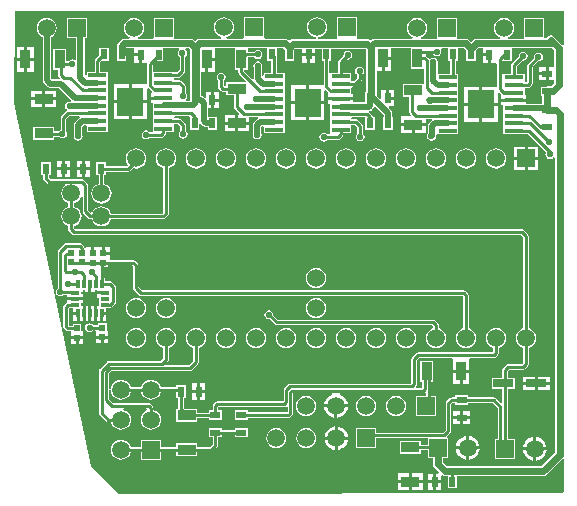
<source format=gtl>
G04 Layer_Physical_Order=1*
G04 Layer_Color=255*
%FSLAX25Y25*%
%MOIN*%
G70*
G01*
G75*
%ADD10R,0.07087X0.02559*%
%ADD11R,0.02362X0.03543*%
%ADD12R,0.03543X0.02362*%
%ADD13R,0.06299X0.03543*%
%ADD14R,0.03543X0.06299*%
%ADD15R,0.06299X0.01378*%
%ADD16R,0.09094X0.09685*%
%ADD17R,0.02047X0.02205*%
%ADD18R,0.01181X0.03150*%
%ADD19R,0.03150X0.01181*%
%ADD20R,0.01968X0.02165*%
%ADD21C,0.01000*%
%ADD22C,0.01968*%
%ADD23C,0.02362*%
%ADD24R,0.05905X0.05905*%
%ADD25C,0.05905*%
%ADD26R,0.05905X0.05905*%
%ADD27C,0.06000*%
%ADD28C,0.02165*%
G36*
X158995Y487412D02*
X159219Y487262D01*
Y472602D01*
X159145D01*
Y470169D01*
X157877D01*
X157725Y470669D01*
X157848Y470751D01*
X158174Y471239D01*
X158289Y471815D01*
X158174Y472391D01*
X157848Y472879D01*
X157695Y472982D01*
Y475063D01*
X157625Y475412D01*
X157428Y475707D01*
X156247Y476888D01*
X155951Y477086D01*
X155602Y477155D01*
X154002D01*
X153831Y477327D01*
Y477720D01*
X154002Y477892D01*
X155110D01*
X155459Y477961D01*
X155755Y478159D01*
X157231Y479635D01*
X157429Y479931D01*
X157498Y480279D01*
Y484920D01*
X157651Y485022D01*
X157977Y485511D01*
X158092Y486087D01*
X157977Y486663D01*
X157651Y487151D01*
X157534Y487229D01*
X157686Y487729D01*
X158677D01*
X158995Y487412D01*
D02*
G37*
G36*
X184828Y483528D02*
X186187D01*
Y479591D01*
X183752D01*
Y478728D01*
X183252Y478461D01*
X183188Y478503D01*
Y481350D01*
X183289Y481854D01*
X183174Y482430D01*
X182848Y482919D01*
X182360Y483245D01*
X181783Y483360D01*
X181207Y483245D01*
X180719Y482919D01*
X180393Y482430D01*
X180278Y481854D01*
X180378Y481350D01*
Y477578D01*
X180252Y477476D01*
X179904Y477345D01*
X177174Y480075D01*
X177302Y480575D01*
X178339D01*
Y484782D01*
X180617D01*
X180719Y484628D01*
X181207Y484302D01*
X181783Y484188D01*
X182360Y484302D01*
X182848Y484628D01*
X183174Y485117D01*
X183289Y485693D01*
X183174Y486269D01*
X182848Y486757D01*
X182360Y487084D01*
X181783Y487198D01*
X181207Y487084D01*
X180719Y486757D01*
X180617Y486604D01*
X178692D01*
X178339Y486958D01*
X178339Y487662D01*
X178811Y487729D01*
X184828D01*
Y483528D01*
D02*
G37*
G36*
X155639Y487229D02*
X155522Y487151D01*
X155196Y486663D01*
X155081Y486087D01*
X155196Y485511D01*
X155522Y485022D01*
X155675Y484920D01*
Y480657D01*
X154733Y479714D01*
X153831D01*
Y479886D01*
X146744Y479886D01*
X146671Y480356D01*
Y482264D01*
X147836Y483429D01*
X150287D01*
Y487729D01*
X155487D01*
X155639Y487229D01*
D02*
G37*
G36*
X283760Y489075D02*
X283507Y488935D01*
X283260Y488893D01*
X280564Y491588D01*
X280044Y491936D01*
X279429Y492058D01*
X278815Y491936D01*
X278294Y491588D01*
X277946Y491067D01*
X277610Y491027D01*
X277157Y491380D01*
Y497835D01*
X270465D01*
Y491440D01*
X270465Y491142D01*
X270048Y490940D01*
X265297D01*
X265197Y491440D01*
X265499Y491565D01*
X266198Y492101D01*
X266734Y492801D01*
X267071Y493615D01*
X267186Y494488D01*
X267071Y495362D01*
X266734Y496176D01*
X266198Y496875D01*
X265499Y497411D01*
X264685Y497749D01*
X263811Y497863D01*
X262937Y497749D01*
X262123Y497411D01*
X261424Y496875D01*
X260888Y496176D01*
X260551Y495362D01*
X260436Y494488D01*
X260551Y493615D01*
X260888Y492801D01*
X261424Y492101D01*
X262123Y491565D01*
X262425Y491440D01*
X262325Y490940D01*
X255307D01*
X254963Y490872D01*
X254618Y490940D01*
X254004Y490818D01*
X253483Y490470D01*
X252847Y489834D01*
X252210Y490470D01*
X251689Y490818D01*
X251075Y490940D01*
X251075Y490940D01*
X248539D01*
X248122Y491142D01*
X248122Y491440D01*
Y497835D01*
X241429D01*
Y491440D01*
X241429Y491142D01*
X241013Y490940D01*
X236262D01*
X236162Y491440D01*
X236463Y491565D01*
X237162Y492101D01*
X237699Y492801D01*
X238036Y493615D01*
X238151Y494488D01*
X238036Y495362D01*
X237699Y496176D01*
X237162Y496875D01*
X236463Y497411D01*
X235649Y497749D01*
X234776Y497863D01*
X233902Y497749D01*
X233088Y497411D01*
X232389Y496875D01*
X231853Y496176D01*
X231515Y495362D01*
X231400Y494488D01*
X231515Y493615D01*
X231853Y492801D01*
X232389Y492101D01*
X233088Y491565D01*
X233389Y491440D01*
X233290Y490940D01*
X220661D01*
X220047Y490818D01*
X219526Y490470D01*
X219035Y490573D01*
X218815Y490720D01*
X218201Y490842D01*
X218201Y490842D01*
X214862D01*
X214854Y491339D01*
X214854Y491342D01*
Y498032D01*
X208161D01*
Y491342D01*
X208161Y491339D01*
X208154Y490842D01*
X201980D01*
X201758Y491250D01*
X201753Y491337D01*
X202225Y491404D01*
X202381Y491425D01*
X203196Y491762D01*
X203895Y492298D01*
X204431Y492997D01*
X204768Y493811D01*
X204883Y494685D01*
X204768Y495559D01*
X204431Y496373D01*
X203895Y497072D01*
X203196Y497608D01*
X202381Y497945D01*
X201508Y498060D01*
X200634Y497945D01*
X199820Y497608D01*
X199121Y497072D01*
X198585Y496373D01*
X198248Y495559D01*
X198133Y494685D01*
X198248Y493811D01*
X198585Y492997D01*
X199121Y492298D01*
X199820Y491762D01*
X200634Y491425D01*
X200791Y491404D01*
X201263Y491337D01*
X201257Y491250D01*
X201036Y490842D01*
X193496D01*
X193496Y490842D01*
X193496Y490842D01*
X193131Y490769D01*
X192882Y490720D01*
X192881Y490720D01*
X192881Y490720D01*
X192604Y490534D01*
X192361Y490372D01*
X191928Y490566D01*
X191551Y490818D01*
X190937Y490940D01*
X190937Y490940D01*
X183997D01*
X183752Y491339D01*
X183752Y491440D01*
Y498032D01*
X177059D01*
Y491440D01*
X177059Y491339D01*
X176813Y490940D01*
X171364D01*
X171279Y491425D01*
X172093Y491762D01*
X172792Y492298D01*
X173329Y492997D01*
X173666Y493811D01*
X173781Y494685D01*
X173666Y495559D01*
X173329Y496373D01*
X172792Y497072D01*
X172093Y497608D01*
X171279Y497945D01*
X170405Y498060D01*
X169532Y497945D01*
X168718Y497608D01*
X168019Y497072D01*
X167482Y496373D01*
X167145Y495559D01*
X167030Y494685D01*
X167145Y493811D01*
X167482Y492997D01*
X168019Y492298D01*
X168718Y491762D01*
X169532Y491425D01*
X169447Y490940D01*
X162295D01*
X161681Y490818D01*
X161160Y490470D01*
X160819Y490129D01*
X160478Y490470D01*
X159957Y490818D01*
X159343Y490940D01*
X159343Y490940D01*
X154149D01*
X153732Y491142D01*
X153732Y491440D01*
Y497835D01*
X147039D01*
Y491440D01*
X147039Y491142D01*
X146623Y490940D01*
X141872D01*
X141772Y491440D01*
X142074Y491565D01*
X142773Y492101D01*
X143309Y492801D01*
X143646Y493615D01*
X143761Y494488D01*
X143646Y495362D01*
X143309Y496176D01*
X142773Y496875D01*
X142074Y497411D01*
X141259Y497749D01*
X140386Y497863D01*
X139512Y497749D01*
X138698Y497411D01*
X137999Y496875D01*
X137463Y496176D01*
X137126Y495362D01*
X137011Y494488D01*
X137126Y493615D01*
X137463Y492801D01*
X137999Y492101D01*
X138698Y491565D01*
X138999Y491440D01*
X138900Y490940D01*
X137197D01*
X137197Y490940D01*
X137197Y490940D01*
X136862Y490874D01*
X136582Y490818D01*
X136582Y490818D01*
X136582Y490818D01*
X136361Y490670D01*
X136061Y490470D01*
X136061Y490470D01*
X136061Y490470D01*
X135176Y489584D01*
X135176Y489584D01*
X135176Y489584D01*
X135176Y489584D01*
X135025Y489359D01*
X134828Y489063D01*
X134828Y489063D01*
X134828Y489063D01*
X134756Y488704D01*
X134705Y488449D01*
Y488449D01*
X134705Y488449D01*
X134705Y488449D01*
Y485693D01*
X134736Y485538D01*
Y483528D01*
X137886D01*
Y485538D01*
X137917Y485693D01*
Y487729D01*
X140626D01*
Y486094D01*
X142807D01*
Y485594D01*
X143307D01*
Y482823D01*
X144700D01*
X144849Y482642D01*
Y476173D01*
X144811Y475689D01*
X144349Y475689D01*
X139764D01*
Y470346D01*
X144811D01*
Y474213D01*
X145311Y474420D01*
X146416Y473315D01*
X146209Y472815D01*
X146138D01*
Y471626D01*
X150287D01*
Y470626D01*
X146138D01*
Y469437D01*
X146744D01*
Y467591D01*
X146744Y467484D01*
X146744D01*
Y467091D01*
X146744D01*
Y465031D01*
X146744Y464925D01*
Y464532D01*
X146744Y464425D01*
Y462472D01*
X146744Y462366D01*
Y461972D01*
X146744Y461866D01*
Y459807D01*
X146274Y459734D01*
X145647D01*
X145545Y459887D01*
X145056Y460214D01*
X144480Y460328D01*
X143904Y460214D01*
X143416Y459887D01*
X143090Y459399D01*
X142975Y458823D01*
X143090Y458247D01*
X143416Y457758D01*
X143904Y457432D01*
X144480Y457317D01*
X145056Y457432D01*
X145545Y457758D01*
X145647Y457912D01*
X149598D01*
X149947Y457981D01*
X150243Y458179D01*
X150932Y458868D01*
X151129Y459163D01*
X151199Y459512D01*
Y459807D01*
X153831D01*
Y461866D01*
X153831Y461972D01*
Y462366D01*
X154002Y462538D01*
X155127D01*
X155971Y461693D01*
Y460285D01*
X155817Y460183D01*
X155491Y459694D01*
X155377Y459118D01*
X155491Y458542D01*
X155817Y458054D01*
X156306Y457727D01*
X156882Y457613D01*
X157458Y457727D01*
X157946Y458054D01*
X158273Y458542D01*
X158387Y459118D01*
X158273Y459694D01*
X157946Y460183D01*
X157793Y460285D01*
Y462071D01*
X157724Y462420D01*
X157526Y462715D01*
X156148Y464093D01*
X155853Y464291D01*
X155504Y464360D01*
X154002D01*
X153831Y464532D01*
Y464925D01*
X154002Y465097D01*
X158717D01*
X159146Y464925D01*
Y460595D01*
X162295D01*
Y462354D01*
X162339Y462388D01*
X162795Y462537D01*
X163566Y461766D01*
X164021Y461462D01*
X164559Y461355D01*
X165051D01*
Y460595D01*
X168201D01*
Y464925D01*
X165078D01*
Y467665D01*
X166126D01*
Y470437D01*
Y473209D01*
X164445D01*
Y471420D01*
X163983Y471229D01*
X163781Y471430D01*
X163325Y471735D01*
X162787Y471842D01*
X162716D01*
Y479969D01*
X164256D01*
Y484118D01*
X164756D01*
Y484618D01*
X167527D01*
Y487729D01*
X173536D01*
X174008Y487662D01*
X174008Y487229D01*
Y480575D01*
X175262D01*
Y479788D01*
X175331Y479439D01*
X175529Y479143D01*
X177867Y476805D01*
X177676Y476343D01*
X171252D01*
Y475089D01*
X170448D01*
X170391Y475145D01*
Y476947D01*
X170545Y477050D01*
X170871Y477538D01*
X170986Y478114D01*
X170871Y478690D01*
X170545Y479179D01*
X170056Y479505D01*
X169480Y479620D01*
X168904Y479505D01*
X168416Y479179D01*
X168090Y478690D01*
X167975Y478114D01*
X168090Y477538D01*
X168416Y477050D01*
X168569Y476947D01*
Y474768D01*
X168639Y474419D01*
X168836Y474123D01*
X169427Y473533D01*
X169722Y473335D01*
X170071Y473266D01*
X171252D01*
Y472012D01*
X173884D01*
Y468075D01*
X173953Y467726D01*
X174028Y467615D01*
X174151Y467431D01*
X175588Y465993D01*
X175397Y465532D01*
X175295D01*
Y463260D01*
X178945D01*
Y464801D01*
X181657D01*
X181809Y464301D01*
X181577Y464147D01*
X180495Y463064D01*
X180190Y462608D01*
X180083Y462071D01*
Y459327D01*
X179983Y458823D01*
X180097Y458247D01*
X180424Y457758D01*
X180912Y457432D01*
X181488Y457317D01*
X182064Y457432D01*
X182553Y457758D01*
X182879Y458247D01*
X182993Y458823D01*
X182893Y459327D01*
Y461444D01*
X183279Y461743D01*
X183752Y461633D01*
X183752Y461249D01*
Y459512D01*
X190839D01*
Y461571D01*
X190839Y461677D01*
Y462071D01*
X190839Y462177D01*
Y464130D01*
X190839Y464236D01*
Y464630D01*
X190839Y464736D01*
Y466689D01*
X190839Y466795D01*
Y467189D01*
X190839Y467295D01*
Y469354D01*
X190839D01*
Y469748D01*
X190839D01*
Y471807D01*
X190839Y471913D01*
Y472307D01*
X190839Y472413D01*
Y474366D01*
X190839Y474472D01*
Y474866D01*
X190839Y474972D01*
Y476925D01*
X190839Y477032D01*
X190839D01*
Y477425D01*
X190839D01*
Y479591D01*
X188010D01*
Y484998D01*
X187978Y485156D01*
Y487729D01*
X190272D01*
X190734Y487267D01*
Y483528D01*
X193883D01*
Y487353D01*
X194161Y487631D01*
X196531D01*
Y486193D01*
X198713D01*
Y485693D01*
D01*
Y486193D01*
X200894D01*
Y487631D01*
X203043D01*
Y483528D01*
X203707D01*
Y475394D01*
X198819D01*
Y470051D01*
X203866D01*
Y473524D01*
X204366Y473731D01*
X205111Y472986D01*
X205193Y472520D01*
X205193Y472520D01*
Y471331D01*
X213492D01*
Y472520D01*
X212886D01*
Y474366D01*
X212886Y474472D01*
X212886D01*
Y474538D01*
X213315Y475038D01*
X214264D01*
X214613Y475107D01*
X214908Y475305D01*
X216286Y476682D01*
X216484Y476978D01*
X216553Y477327D01*
Y479014D01*
X216706Y479117D01*
X217033Y479605D01*
X217147Y480181D01*
X217033Y480757D01*
X216706Y481246D01*
X216218Y481572D01*
X215642Y481686D01*
X215066Y481572D01*
X214577Y481246D01*
X214251Y480757D01*
X214137Y480181D01*
X214251Y479605D01*
X214577Y479117D01*
X214731Y479014D01*
Y477704D01*
X213886Y476860D01*
X213057D01*
X212886Y477032D01*
Y477425D01*
X212886Y477531D01*
Y479591D01*
X210254D01*
Y482658D01*
X211524Y483928D01*
X211705Y483892D01*
X212281Y484007D01*
X212769Y484333D01*
X213095Y484822D01*
X213210Y485398D01*
X213095Y485974D01*
X212769Y486462D01*
X212281Y486788D01*
X211705Y486903D01*
X211129Y486788D01*
X210640Y486462D01*
X210314Y485974D01*
X210199Y485398D01*
X210235Y485217D01*
X208698Y483680D01*
X208501Y483384D01*
X208431Y483036D01*
Y479591D01*
X206029D01*
X205799Y479591D01*
X205529Y479979D01*
Y483528D01*
X206193D01*
Y487631D01*
X217536D01*
X217656Y487510D01*
X217880Y487360D01*
Y473291D01*
X217610D01*
Y469677D01*
X213492D01*
Y470331D01*
X205193D01*
Y469142D01*
X205799D01*
Y467295D01*
X205799Y467189D01*
Y466795D01*
X205799Y466689D01*
Y464736D01*
X205799Y464630D01*
Y464236D01*
X205799Y464130D01*
Y462177D01*
X205799Y462071D01*
Y461677D01*
X205799Y461571D01*
Y459512D01*
X205799D01*
X205719Y459045D01*
X204899D01*
X204797Y459198D01*
X204308Y459525D01*
X203732Y459639D01*
X203156Y459525D01*
X202668Y459198D01*
X202342Y458710D01*
X202227Y458134D01*
X202342Y457558D01*
X202668Y457069D01*
X203156Y456743D01*
X203732Y456629D01*
X204308Y456743D01*
X204797Y457069D01*
X204899Y457223D01*
X208457D01*
X208805Y457292D01*
X209101Y457489D01*
X209987Y458375D01*
X210184Y458671D01*
X210254Y459020D01*
Y459512D01*
X212886D01*
Y461571D01*
X212886Y461677D01*
Y462071D01*
X213057Y462242D01*
X214083D01*
X214927Y461398D01*
Y459399D01*
X214774Y459297D01*
X214448Y458808D01*
X214333Y458232D01*
X214448Y457656D01*
X214774Y457168D01*
X215263Y456842D01*
X215839Y456727D01*
X216415Y456842D01*
X216903Y457168D01*
X217229Y457656D01*
X217344Y458232D01*
X217229Y458808D01*
X216903Y459297D01*
X216750Y459399D01*
Y461776D01*
X216681Y462124D01*
X216483Y462420D01*
X215105Y463798D01*
X214809Y463995D01*
X214461Y464065D01*
X213057D01*
X212886Y464236D01*
Y464630D01*
X213057Y464801D01*
X217610D01*
Y460496D01*
X220760D01*
Y464827D01*
X220076D01*
X220027Y465077D01*
X219829Y465373D01*
X218845Y466357D01*
X218816Y466377D01*
X218811Y466479D01*
X218938Y466896D01*
X219329Y466974D01*
X219785Y467278D01*
X220178Y467672D01*
X220483Y468128D01*
X221024Y468284D01*
X223685Y465623D01*
Y464827D01*
X223516D01*
Y460496D01*
X226665D01*
Y464827D01*
X226495D01*
Y466205D01*
X226388Y466743D01*
X226084Y467198D01*
X225390Y467892D01*
X225581Y468354D01*
X227272D01*
Y470626D01*
X225091D01*
Y471126D01*
X224591D01*
Y473898D01*
X222909D01*
Y471026D01*
X222448Y470835D01*
X221376Y471906D01*
X221377Y471913D01*
Y480264D01*
X223016D01*
Y484413D01*
X223516D01*
Y484913D01*
X226287D01*
Y487729D01*
X232768D01*
Y480870D01*
X237073D01*
Y475850D01*
X230012D01*
Y471520D01*
X232250D01*
Y466599D01*
X232319Y466250D01*
X232517Y465954D01*
X232970Y465501D01*
X232779Y465039D01*
X229406D01*
Y462768D01*
X233555D01*
X237705D01*
Y464309D01*
X239826D01*
X239978Y463809D01*
X239747Y463655D01*
X238861Y462769D01*
X238556Y462313D01*
X238449Y461776D01*
Y459431D01*
X238180Y459028D01*
X238066Y458452D01*
X238180Y457875D01*
X238506Y457387D01*
X238995Y457061D01*
X239571Y456946D01*
X239661Y456964D01*
X239854Y456926D01*
X240392Y457033D01*
X240848Y457337D01*
X241152Y457793D01*
X241259Y458331D01*
Y458631D01*
X241528Y459020D01*
X241759Y459020D01*
X248614D01*
Y461079D01*
X248614Y461185D01*
Y461579D01*
X248614Y461685D01*
Y463638D01*
X248614Y463744D01*
Y464138D01*
X248614Y464244D01*
Y466303D01*
X248614Y466303D01*
Y466697D01*
X248614D01*
X248614Y466803D01*
Y468862D01*
X248614Y468862D01*
Y469256D01*
X248614D01*
X248614Y469362D01*
Y471315D01*
X248614Y471421D01*
X248614D01*
Y471815D01*
X248614D01*
Y473980D01*
X248614Y473980D01*
Y474374D01*
X248614D01*
X248614Y474480D01*
Y476433D01*
X248614Y476539D01*
X248614D01*
Y476933D01*
X248614D01*
Y479098D01*
X247754D01*
Y483528D01*
X248417D01*
Y487729D01*
X250410D01*
X251121Y487018D01*
X251173Y486983D01*
Y483528D01*
X254323D01*
Y486786D01*
X254376Y486821D01*
X255287Y487733D01*
X255307Y487729D01*
X256768D01*
Y486094D01*
X258949D01*
Y485594D01*
X259449D01*
Y482823D01*
X261130D01*
X261483Y482469D01*
Y474902D01*
X256594D01*
Y469559D01*
X261642D01*
Y472933D01*
X262142Y473141D01*
X262817Y472465D01*
X262968Y472028D01*
X262968Y472027D01*
Y470839D01*
X271268D01*
Y472028D01*
X270661D01*
Y473874D01*
X270661Y473980D01*
Y474374D01*
X270833Y474545D01*
X271843D01*
X272191Y474615D01*
X272487Y474812D01*
X273077Y475403D01*
X273275Y475699D01*
X273344Y476047D01*
Y481575D01*
X275107Y483338D01*
X275287Y483302D01*
X275864Y483416D01*
X276352Y483743D01*
X276678Y484231D01*
X276793Y484807D01*
X276678Y485383D01*
X276352Y485872D01*
X275864Y486198D01*
X275287Y486312D01*
X274711Y486198D01*
X274223Y485872D01*
X273897Y485383D01*
X273782Y484807D01*
X273818Y484626D01*
X271789Y482597D01*
X271591Y482302D01*
X271522Y481953D01*
Y476425D01*
X271465Y476368D01*
X270833D01*
X270661Y476539D01*
Y476933D01*
X270661Y477039D01*
Y479098D01*
X268029D01*
Y481674D01*
X269989Y483633D01*
X270169Y483597D01*
X270745Y483712D01*
X271234Y484038D01*
X271560Y484526D01*
X271675Y485102D01*
X271560Y485678D01*
X271234Y486167D01*
X270745Y486493D01*
X270169Y486608D01*
X269593Y486493D01*
X269105Y486167D01*
X268779Y485678D01*
X268664Y485102D01*
X268700Y484922D01*
X266474Y482695D01*
X266276Y482400D01*
X266207Y482051D01*
Y479098D01*
X263805D01*
X263575Y479098D01*
X263305Y479487D01*
Y483429D01*
X266429D01*
Y487729D01*
X279716D01*
X279855Y487756D01*
X280579Y487032D01*
Y481476D01*
X278740D01*
Y479295D01*
Y477114D01*
X280579D01*
Y476256D01*
X279319Y474995D01*
X278240D01*
X278085Y474965D01*
X276075D01*
Y471815D01*
X276635D01*
Y469184D01*
X271268D01*
Y469839D01*
X262968D01*
Y468650D01*
X263575D01*
Y466803D01*
X263575Y466697D01*
Y466303D01*
X263575Y466197D01*
Y464138D01*
X263575D01*
Y463744D01*
X263575D01*
Y461579D01*
X263575D01*
Y461185D01*
X263575D01*
Y459020D01*
X270661D01*
Y459079D01*
X271916D01*
X277869Y453126D01*
X277743Y452938D01*
X277629Y452362D01*
X277743Y451786D01*
X278069Y451298D01*
X278558Y450972D01*
X279134Y450857D01*
X279710Y450972D01*
X280198Y451298D01*
X280276Y451414D01*
X280776Y451263D01*
Y352929D01*
X276180Y348332D01*
X244785D01*
X243358Y349760D01*
Y351181D01*
X245098D01*
Y357874D01*
X244909D01*
X244702Y358374D01*
X245920Y359592D01*
X246117Y359888D01*
X246187Y360236D01*
Y369012D01*
X246736Y369561D01*
X247539D01*
Y368898D01*
X251870D01*
Y369561D01*
X260056D01*
X261687Y367930D01*
Y357579D01*
X260748D01*
Y350886D01*
X267441D01*
Y357579D01*
X265006D01*
Y374311D01*
X267520D01*
Y377658D01*
X265006D01*
Y380055D01*
X265535Y380585D01*
X270177D01*
X270526Y380654D01*
X270821Y380852D01*
X271747Y381777D01*
X271944Y382072D01*
X272014Y382421D01*
Y387873D01*
X272074Y387881D01*
X272888Y388219D01*
X273587Y388755D01*
X274124Y389454D01*
X274461Y390268D01*
X274576Y391142D01*
X274461Y392015D01*
X274124Y392829D01*
X273587Y393528D01*
X272888Y394065D01*
X272074Y394402D01*
X272020Y394409D01*
Y425151D01*
X271951Y425500D01*
X271753Y425796D01*
X270428Y427121D01*
X270132Y427318D01*
X269783Y427388D01*
X120850D01*
X120321Y427917D01*
Y428409D01*
X120500Y428433D01*
X121314Y428770D01*
X122013Y429306D01*
X122549Y430005D01*
X122886Y430819D01*
X123001Y431693D01*
X122886Y432566D01*
X122549Y433381D01*
X122013Y434080D01*
X121314Y434616D01*
X120537Y434938D01*
Y436080D01*
X121314Y436402D01*
X122013Y436938D01*
X122549Y437637D01*
X122821Y438293D01*
X123321Y438194D01*
Y433366D01*
X123352Y433208D01*
X123390Y433017D01*
X123390Y433017D01*
X123588Y432722D01*
X125261Y431049D01*
X125261Y431049D01*
X125261Y431049D01*
X125556Y430851D01*
X125556D01*
X125557Y430851D01*
X125781Y430806D01*
X125905Y430782D01*
X126381D01*
X126703Y430005D01*
X127239Y429306D01*
X127938Y428770D01*
X128752Y428433D01*
X129626Y428318D01*
X130500Y428433D01*
X131314Y428770D01*
X132013Y429306D01*
X132549Y430005D01*
X132871Y430782D01*
X150197D01*
X150546Y430851D01*
X150841Y431049D01*
X151753Y431960D01*
X151951Y432256D01*
X152020Y432605D01*
Y447717D01*
X152074Y447724D01*
X152888Y448061D01*
X153587Y448597D01*
X154124Y449297D01*
X154461Y450111D01*
X154576Y450984D01*
X154461Y451858D01*
X154124Y452672D01*
X153587Y453371D01*
X152888Y453907D01*
X152074Y454245D01*
X151201Y454360D01*
X150327Y454245D01*
X149513Y453907D01*
X148814Y453371D01*
X148278Y452672D01*
X147941Y451858D01*
X147826Y450984D01*
X147941Y450111D01*
X148278Y449297D01*
X148814Y448597D01*
X149513Y448061D01*
X150197Y447778D01*
Y432982D01*
X149819Y432604D01*
X132871D01*
X132549Y433381D01*
X132013Y434080D01*
X131314Y434616D01*
X130500Y434953D01*
X129626Y435068D01*
X128752Y434953D01*
X127938Y434616D01*
X127239Y434080D01*
X126703Y433381D01*
X126559Y433034D01*
X125970Y432917D01*
X125143Y433743D01*
Y442205D01*
X125074Y442554D01*
X124876Y442849D01*
X123774Y443951D01*
X123479Y444149D01*
X123130Y444218D01*
X112484D01*
X112006Y444696D01*
Y445329D01*
X112669D01*
Y449659D01*
X109520D01*
Y445329D01*
X110183D01*
Y444319D01*
X110253Y443970D01*
X110450Y443674D01*
X111462Y442663D01*
X111758Y442465D01*
X112106Y442396D01*
X117310D01*
X117480Y441896D01*
X117239Y441711D01*
X116703Y441012D01*
X116366Y440198D01*
X116251Y439325D01*
X116366Y438451D01*
X116703Y437637D01*
X117239Y436938D01*
X117938Y436402D01*
X118498Y436170D01*
Y434848D01*
X117938Y434616D01*
X117239Y434080D01*
X116703Y433381D01*
X116366Y432566D01*
X116251Y431693D01*
X116366Y430819D01*
X116703Y430005D01*
X117239Y429306D01*
X117938Y428770D01*
X118498Y428538D01*
Y427539D01*
X118568Y427190D01*
X118765Y426895D01*
X119828Y425832D01*
X120124Y425634D01*
X120472Y425565D01*
X269406D01*
X270197Y424774D01*
Y394348D01*
X269513Y394065D01*
X268814Y393528D01*
X268278Y392829D01*
X267940Y392015D01*
X267826Y391142D01*
X267940Y390268D01*
X268278Y389454D01*
X268814Y388755D01*
X269513Y388219D01*
X270191Y387938D01*
Y382799D01*
X269800Y382407D01*
X265158D01*
X264809Y382338D01*
X264513Y382140D01*
X263450Y381077D01*
X263253Y380782D01*
X263183Y380433D01*
Y377658D01*
X259646D01*
Y374311D01*
X263183D01*
Y369664D01*
X262721Y369473D01*
X261077Y371117D01*
X260782Y371314D01*
X260433Y371384D01*
X251870D01*
Y372047D01*
X247539D01*
Y371384D01*
X246358D01*
X246009Y371314D01*
X245714Y371117D01*
X244631Y370034D01*
X244434Y369739D01*
X244364Y369390D01*
Y360614D01*
X243323Y359573D01*
X221260D01*
Y361122D01*
X214567D01*
Y354429D01*
X221260D01*
Y357750D01*
X238405D01*
Y355636D01*
X236122D01*
Y356890D01*
X229035D01*
Y352559D01*
X236122D01*
Y353813D01*
X238405D01*
Y351181D01*
X240146D01*
Y349095D01*
X240146Y349095D01*
X240269Y348480D01*
X240617Y347959D01*
X242133Y346442D01*
X241942Y345980D01*
X241150D01*
Y343709D01*
X242831D01*
Y345093D01*
X243331Y345360D01*
X243505Y345243D01*
X244120Y345121D01*
X244980D01*
Y341043D01*
X248130D01*
Y345121D01*
X276845D01*
X276845Y345121D01*
X277459Y345243D01*
X277980Y345591D01*
X283260Y350871D01*
X283760Y350664D01*
Y339684D01*
X283268Y339469D01*
X135512Y339173D01*
X126237Y348361D01*
X100394Y469488D01*
X100689Y500000D01*
X283760D01*
Y489075D01*
D02*
G37*
G36*
X245268Y483528D02*
X245931D01*
Y479098D01*
X241653D01*
Y482629D01*
X241753Y483134D01*
X241639Y483710D01*
X241312Y484198D01*
X240824Y484525D01*
X240248Y484639D01*
X239672Y484525D01*
X239263Y484251D01*
X239261Y484250D01*
X238927Y484257D01*
X238662Y484318D01*
X238629Y484369D01*
X237940Y485058D01*
X237775Y485168D01*
X237927Y485668D01*
X240262D01*
X240365Y485514D01*
X240853Y485188D01*
X241429Y485073D01*
X242005Y485188D01*
X242494Y485514D01*
X242820Y486003D01*
X242934Y486579D01*
X242820Y487155D01*
X242770Y487229D01*
X243038Y487729D01*
X245268D01*
Y483528D01*
D02*
G37*
%LPC*%
G36*
X274106Y378264D02*
X270063D01*
Y376484D01*
X274106D01*
Y378264D01*
D02*
G37*
G36*
X279150D02*
X275106D01*
Y376484D01*
X279150D01*
Y378264D01*
D02*
G37*
G36*
X141201Y394517D02*
X140327Y394402D01*
X139513Y394065D01*
X138814Y393528D01*
X138278Y392829D01*
X137941Y392015D01*
X137826Y391142D01*
X137941Y390268D01*
X138278Y389454D01*
X138814Y388755D01*
X139513Y388219D01*
X140327Y387881D01*
X141201Y387766D01*
X142074Y387881D01*
X142888Y388219D01*
X143588Y388755D01*
X144124Y389454D01*
X144461Y390268D01*
X144576Y391142D01*
X144461Y392015D01*
X144124Y392829D01*
X143588Y393528D01*
X142888Y394065D01*
X142074Y394402D01*
X141201Y394517D01*
D02*
G37*
G36*
X191201D02*
X190327Y394402D01*
X189513Y394065D01*
X188814Y393528D01*
X188278Y392829D01*
X187941Y392015D01*
X187826Y391142D01*
X187941Y390268D01*
X188278Y389454D01*
X188814Y388755D01*
X189513Y388219D01*
X190327Y387881D01*
X191201Y387766D01*
X192074Y387881D01*
X192888Y388219D01*
X193588Y388755D01*
X194124Y389454D01*
X194461Y390268D01*
X194576Y391142D01*
X194461Y392015D01*
X194124Y392829D01*
X193588Y393528D01*
X192888Y394065D01*
X192074Y394402D01*
X191201Y394517D01*
D02*
G37*
G36*
X181201D02*
X180327Y394402D01*
X179513Y394065D01*
X178814Y393528D01*
X178278Y392829D01*
X177940Y392015D01*
X177825Y391142D01*
X177940Y390268D01*
X178278Y389454D01*
X178814Y388755D01*
X179513Y388219D01*
X180327Y387881D01*
X181201Y387766D01*
X182074Y387881D01*
X182888Y388219D01*
X183588Y388755D01*
X184124Y389454D01*
X184461Y390268D01*
X184576Y391142D01*
X184461Y392015D01*
X184124Y392829D01*
X183588Y393528D01*
X182888Y394065D01*
X182074Y394402D01*
X181201Y394517D01*
D02*
G37*
G36*
X171201D02*
X170327Y394402D01*
X169513Y394065D01*
X168814Y393528D01*
X168278Y392829D01*
X167940Y392015D01*
X167825Y391142D01*
X167940Y390268D01*
X168278Y389454D01*
X168814Y388755D01*
X169513Y388219D01*
X170327Y387881D01*
X171201Y387766D01*
X172074Y387881D01*
X172888Y388219D01*
X173588Y388755D01*
X174124Y389454D01*
X174461Y390268D01*
X174576Y391142D01*
X174461Y392015D01*
X174124Y392829D01*
X173588Y393528D01*
X172888Y394065D01*
X172074Y394402D01*
X171201Y394517D01*
D02*
G37*
G36*
X252279Y379520D02*
X250008D01*
Y375870D01*
X252279D01*
Y379520D01*
D02*
G37*
G36*
X164189Y372728D02*
X162508D01*
Y370457D01*
X164189D01*
Y372728D01*
D02*
G37*
G36*
X274106Y375484D02*
X270063D01*
Y373705D01*
X274106D01*
Y375484D01*
D02*
G37*
G36*
X261201Y394517D02*
X260327Y394402D01*
X259513Y394065D01*
X258814Y393528D01*
X258278Y392829D01*
X257941Y392015D01*
X257825Y391142D01*
X257941Y390268D01*
X258278Y389454D01*
X258814Y388755D01*
X259513Y388219D01*
X260197Y387935D01*
Y386584D01*
X259957Y386344D01*
X235138D01*
X234789Y386275D01*
X234493Y386077D01*
X233214Y384798D01*
X233016Y384502D01*
X232947Y384154D01*
Y376165D01*
X232709Y375927D01*
X192536D01*
X192187Y375858D01*
X191891Y375660D01*
X190580Y374349D01*
X190383Y374053D01*
X190313Y373705D01*
Y370145D01*
X190174Y370006D01*
X168307D01*
X167958Y369936D01*
X167663Y369739D01*
X166974Y369050D01*
X166776Y368754D01*
X166707Y368406D01*
Y367126D01*
X165453D01*
Y366266D01*
X161614D01*
Y367520D01*
X157194D01*
X157014Y367700D01*
Y371063D01*
X157677D01*
Y375394D01*
X154528D01*
Y374848D01*
X149308D01*
X148986Y375625D01*
X148450Y376324D01*
X147751Y376860D01*
X146937Y377197D01*
X146063Y377312D01*
X145189Y377197D01*
X144375Y376860D01*
X143676Y376324D01*
X143140Y375625D01*
X142818Y374848D01*
X139308D01*
X138986Y375625D01*
X138450Y376324D01*
X137751Y376860D01*
X136937Y377197D01*
X136063Y377312D01*
X135189Y377197D01*
X134375Y376860D01*
X133676Y376324D01*
X133140Y375625D01*
X132803Y374811D01*
X132728Y374246D01*
X132710Y374110D01*
X132210Y374143D01*
Y379446D01*
X132956Y380191D01*
X159153D01*
X159502Y380260D01*
X159798Y380458D01*
X161753Y382413D01*
X161951Y382709D01*
X162020Y383057D01*
Y387874D01*
X162074Y387881D01*
X162888Y388219D01*
X163587Y388755D01*
X164124Y389454D01*
X164461Y390268D01*
X164576Y391142D01*
X164461Y392015D01*
X164124Y392829D01*
X163587Y393528D01*
X162888Y394065D01*
X162074Y394402D01*
X161201Y394517D01*
X160327Y394402D01*
X159513Y394065D01*
X158814Y393528D01*
X158278Y392829D01*
X157940Y392015D01*
X157826Y391142D01*
X157940Y390268D01*
X158278Y389454D01*
X158814Y388755D01*
X159513Y388219D01*
X160197Y387935D01*
Y383435D01*
X158776Y382014D01*
X151082D01*
X150890Y382475D01*
X151753Y383338D01*
X151951Y383634D01*
X152020Y383983D01*
Y387874D01*
X152074Y387881D01*
X152888Y388219D01*
X153587Y388755D01*
X154124Y389454D01*
X154461Y390268D01*
X154576Y391142D01*
X154461Y392015D01*
X154124Y392829D01*
X153587Y393528D01*
X152888Y394065D01*
X152074Y394402D01*
X151201Y394517D01*
X150327Y394402D01*
X149513Y394065D01*
X148814Y393528D01*
X148278Y392829D01*
X147941Y392015D01*
X147826Y391142D01*
X147941Y390268D01*
X148278Y389454D01*
X148814Y388755D01*
X149513Y388219D01*
X150197Y387935D01*
Y384360D01*
X149327Y383490D01*
X131988D01*
X131640Y383421D01*
X131344Y383223D01*
X129080Y380959D01*
X128883Y380664D01*
X128813Y380315D01*
Y366043D01*
X128883Y365695D01*
X129080Y365399D01*
X131186Y363293D01*
X131482Y363095D01*
X131831Y363026D01*
X132818D01*
X133140Y362249D01*
X133676Y361550D01*
X134375Y361014D01*
X135189Y360677D01*
X136063Y360562D01*
X136937Y360677D01*
X137751Y361014D01*
X138450Y361550D01*
X138986Y362249D01*
X139323Y363063D01*
X139438Y363937D01*
X139323Y364811D01*
X138986Y365625D01*
X138450Y366324D01*
X137751Y366860D01*
X136937Y367197D01*
X137005Y367691D01*
X144546D01*
X144687Y367531D01*
X144548Y366932D01*
X144375Y366860D01*
X143676Y366324D01*
X143140Y365625D01*
X142803Y364811D01*
X142688Y363937D01*
X142803Y363063D01*
X143140Y362249D01*
X143676Y361550D01*
X144375Y361014D01*
X145189Y360677D01*
X146063Y360562D01*
X146937Y360677D01*
X147751Y361014D01*
X148450Y361550D01*
X148986Y362249D01*
X149323Y363063D01*
X149438Y363937D01*
X149323Y364811D01*
X148986Y365625D01*
X148450Y366324D01*
X147751Y366860D01*
X146974Y367182D01*
Y367913D01*
X146905Y368262D01*
X146707Y368558D01*
X146018Y369247D01*
X145723Y369444D01*
X145374Y369514D01*
X133547D01*
X132210Y370850D01*
Y373731D01*
X132710Y373764D01*
X132728Y373628D01*
X132803Y373063D01*
X133140Y372249D01*
X133676Y371550D01*
X134375Y371014D01*
X135189Y370677D01*
X136063Y370562D01*
X136937Y370677D01*
X137751Y371014D01*
X138450Y371550D01*
X138986Y372249D01*
X139308Y373026D01*
X142818D01*
X143140Y372249D01*
X143676Y371550D01*
X144375Y371014D01*
X145189Y370677D01*
X146063Y370562D01*
X146937Y370677D01*
X147751Y371014D01*
X148450Y371550D01*
X148986Y372249D01*
X149308Y373026D01*
X154528D01*
Y371063D01*
X155191D01*
Y367520D01*
X154528D01*
Y363189D01*
X161614D01*
Y364443D01*
X165453D01*
Y363976D01*
X169783D01*
Y367126D01*
X168529D01*
Y368028D01*
X168684Y368183D01*
X190551D01*
X190900Y368253D01*
X191195Y368450D01*
X191245Y368500D01*
X191707Y368308D01*
Y366519D01*
X191650Y366462D01*
X178346D01*
Y367126D01*
X174016D01*
Y363976D01*
X178346D01*
Y364640D01*
X192028D01*
X192376Y364709D01*
X192672Y364907D01*
X193262Y365497D01*
X193460Y365793D01*
X193529Y366142D01*
Y372654D01*
X193586Y372711D01*
X206316D01*
X206416Y372211D01*
X205802Y371957D01*
X204976Y371323D01*
X204343Y370497D01*
X203944Y369536D01*
X203874Y369004D01*
X207795D01*
X211716D01*
X211646Y369536D01*
X211248Y370497D01*
X210614Y371323D01*
X209789Y371957D01*
X209175Y372211D01*
X209275Y372711D01*
X236713D01*
X237062Y372780D01*
X237270Y372920D01*
X237770Y372764D01*
Y371850D01*
X234449D01*
Y365158D01*
X241142D01*
Y371850D01*
X239592D01*
Y376477D01*
X240256D01*
Y383563D01*
X235925D01*
Y376477D01*
X236490D01*
Y374689D01*
X236335Y374533D01*
X234546D01*
X234355Y374995D01*
X234503Y375143D01*
X234700Y375439D01*
X234770Y375787D01*
Y383776D01*
X235515Y384522D01*
X246382D01*
X246736Y384169D01*
X246736Y384022D01*
Y380520D01*
X252279D01*
Y384022D01*
X252279Y384169D01*
X252634Y384522D01*
X260335D01*
X260683Y384591D01*
X260979Y384789D01*
X261753Y385563D01*
X261950Y385858D01*
X262020Y386207D01*
Y387874D01*
X262074Y387881D01*
X262889Y388219D01*
X263587Y388755D01*
X264124Y389454D01*
X264461Y390268D01*
X264576Y391142D01*
X264461Y392015D01*
X264124Y392829D01*
X263587Y393528D01*
X262889Y394065D01*
X262074Y394402D01*
X261201Y394517D01*
D02*
G37*
G36*
X161508Y372728D02*
X159827D01*
Y370457D01*
X161508D01*
Y372728D01*
D02*
G37*
G36*
X164189Y376000D02*
X162508D01*
Y373728D01*
X164189D01*
Y376000D01*
D02*
G37*
G36*
X249008Y379520D02*
X246736D01*
Y375870D01*
X249008D01*
Y379520D01*
D02*
G37*
G36*
X279150Y375484D02*
X275106D01*
Y373705D01*
X279150D01*
Y375484D01*
D02*
G37*
G36*
X161508Y376000D02*
X159827D01*
Y373728D01*
X161508D01*
Y376000D01*
D02*
G37*
G36*
X125689Y396092D02*
X125113Y395977D01*
X124625Y395651D01*
X124298Y395163D01*
X124184Y394587D01*
X124298Y394011D01*
X124625Y393522D01*
X125113Y393196D01*
X125689Y393081D01*
X126265Y393196D01*
X126753Y393522D01*
X126856Y393675D01*
X127438D01*
X127898Y393579D01*
Y391976D01*
X131945D01*
Y393579D01*
X131339D01*
Y396043D01*
X128504D01*
Y395498D01*
X126856D01*
X126753Y395651D01*
X126265Y395977D01*
X125689Y396092D01*
D02*
G37*
G36*
X121343Y398827D02*
X120252D01*
Y396752D01*
X121343D01*
Y398827D01*
D02*
G37*
G36*
X129421Y390976D02*
X127898D01*
Y389374D01*
X129421D01*
Y390976D01*
D02*
G37*
G36*
X131945D02*
X130421D01*
Y389374D01*
X131945D01*
Y390976D01*
D02*
G37*
G36*
X127248Y401902D02*
X126279D01*
Y399327D01*
Y396752D01*
X127248D01*
Y399327D01*
Y401902D01*
D02*
G37*
G36*
X131307Y398827D02*
X130217D01*
Y396752D01*
X131307D01*
Y398827D01*
D02*
G37*
G36*
X123433Y403748D02*
X120858D01*
X118283D01*
Y403124D01*
X118269Y403121D01*
X117974Y402924D01*
X117171Y402121D01*
X116973Y401825D01*
X116904Y401476D01*
Y394980D01*
X116973Y394632D01*
X117171Y394336D01*
X117800Y393706D01*
X118096Y393509D01*
X118445Y393439D01*
X119055D01*
X119532Y393382D01*
Y391779D01*
X121555D01*
X123579D01*
Y393382D01*
X122972D01*
Y395847D01*
X120138D01*
Y395262D01*
X118822D01*
X118726Y395358D01*
Y401099D01*
X118922Y401295D01*
X120252D01*
Y399827D01*
X121843D01*
Y399327D01*
X122343D01*
Y396752D01*
X123311D01*
Y399327D01*
Y401902D01*
X122827D01*
Y402658D01*
X123433D01*
Y403748D01*
D02*
G37*
G36*
X125279Y401902D02*
X124311D01*
Y399327D01*
Y396752D01*
X125279D01*
Y399327D01*
Y401902D01*
D02*
G37*
G36*
X221201Y394517D02*
X220327Y394402D01*
X219513Y394065D01*
X218814Y393528D01*
X218278Y392829D01*
X217940Y392015D01*
X217826Y391142D01*
X217940Y390268D01*
X218278Y389454D01*
X218814Y388755D01*
X219513Y388219D01*
X220327Y387881D01*
X221201Y387766D01*
X222074Y387881D01*
X222888Y388219D01*
X223587Y388755D01*
X224124Y389454D01*
X224461Y390268D01*
X224576Y391142D01*
X224461Y392015D01*
X224124Y392829D01*
X223587Y393528D01*
X222888Y394065D01*
X222074Y394402D01*
X221201Y394517D01*
D02*
G37*
G36*
X231201D02*
X230327Y394402D01*
X229513Y394065D01*
X228814Y393528D01*
X228278Y392829D01*
X227941Y392015D01*
X227825Y391142D01*
X227941Y390268D01*
X228278Y389454D01*
X228814Y388755D01*
X229513Y388219D01*
X230327Y387881D01*
X231201Y387766D01*
X232074Y387881D01*
X232889Y388219D01*
X233588Y388755D01*
X234124Y389454D01*
X234461Y390268D01*
X234576Y391142D01*
X234461Y392015D01*
X234124Y392829D01*
X233588Y393528D01*
X232889Y394065D01*
X232074Y394402D01*
X231201Y394517D01*
D02*
G37*
G36*
X201201D02*
X200327Y394402D01*
X199513Y394065D01*
X198814Y393528D01*
X198278Y392829D01*
X197941Y392015D01*
X197826Y391142D01*
X197941Y390268D01*
X198278Y389454D01*
X198814Y388755D01*
X199513Y388219D01*
X200327Y387881D01*
X201201Y387766D01*
X202074Y387881D01*
X202888Y388219D01*
X203588Y388755D01*
X204124Y389454D01*
X204461Y390268D01*
X204576Y391142D01*
X204461Y392015D01*
X204124Y392829D01*
X203588Y393528D01*
X202888Y394065D01*
X202074Y394402D01*
X201201Y394517D01*
D02*
G37*
G36*
X211201D02*
X210327Y394402D01*
X209513Y394065D01*
X208814Y393528D01*
X208278Y392829D01*
X207941Y392015D01*
X207825Y391142D01*
X207941Y390268D01*
X208278Y389454D01*
X208814Y388755D01*
X209513Y388219D01*
X210327Y387881D01*
X211201Y387766D01*
X212074Y387881D01*
X212889Y388219D01*
X213587Y388755D01*
X214124Y389454D01*
X214461Y390268D01*
X214576Y391142D01*
X214461Y392015D01*
X214124Y392829D01*
X213587Y393528D01*
X212889Y394065D01*
X212074Y394402D01*
X211201Y394517D01*
D02*
G37*
G36*
X121055Y390779D02*
X119532D01*
Y389177D01*
X121055D01*
Y390779D01*
D02*
G37*
G36*
X123579D02*
X122055D01*
Y389177D01*
X123579D01*
Y390779D01*
D02*
G37*
G36*
X185433Y400423D02*
X184857Y400308D01*
X184369Y399982D01*
X184042Y399493D01*
X183928Y398917D01*
X184042Y398341D01*
X184369Y397853D01*
X184857Y397527D01*
X185433Y397412D01*
X185614Y397448D01*
X187348Y395714D01*
X187643Y395516D01*
X187992Y395447D01*
X239879D01*
X240290Y395036D01*
Y394387D01*
X239513Y394065D01*
X238814Y393528D01*
X238278Y392829D01*
X237941Y392015D01*
X237825Y391142D01*
X237941Y390268D01*
X238278Y389454D01*
X238814Y388755D01*
X239513Y388219D01*
X240327Y387881D01*
X241201Y387766D01*
X242074Y387881D01*
X242888Y388219D01*
X243587Y388755D01*
X244124Y389454D01*
X244461Y390268D01*
X244576Y391142D01*
X244461Y392015D01*
X244124Y392829D01*
X243587Y393528D01*
X242888Y394065D01*
X242112Y394387D01*
Y395413D01*
X242043Y395762D01*
X241845Y396058D01*
X240900Y397003D01*
X240605Y397200D01*
X240256Y397270D01*
X188370D01*
X186902Y398737D01*
X186938Y398917D01*
X186824Y399493D01*
X186497Y399982D01*
X186009Y400308D01*
X185433Y400423D01*
D02*
G37*
G36*
X122335Y422860D02*
X117905D01*
X117557Y422791D01*
X117261Y422593D01*
X115277Y420609D01*
X115079Y420313D01*
X115010Y419965D01*
Y407647D01*
X114881Y407560D01*
X114554Y407072D01*
X114440Y406496D01*
X114554Y405920D01*
X114881Y405432D01*
X115369Y405105D01*
X115945Y404991D01*
X116521Y405105D01*
X117009Y405432D01*
X117112Y405585D01*
X118283D01*
Y404748D01*
X120858D01*
X123433D01*
Y405839D01*
X122827D01*
Y406595D01*
X123433D01*
Y407201D01*
X124189D01*
Y406595D01*
X125279D01*
Y409169D01*
X126279D01*
Y406595D01*
X127370D01*
Y407201D01*
X128126D01*
Y406717D01*
X130701D01*
Y405717D01*
X128126D01*
Y404626D01*
X128732D01*
Y403264D01*
Y401902D01*
X128248D01*
Y399327D01*
Y396752D01*
X129217D01*
Y399327D01*
X129717D01*
Y399827D01*
X131307D01*
Y401295D01*
X132669D01*
Y401388D01*
X132920Y401438D01*
X133215Y401635D01*
X134200Y402620D01*
X134397Y402915D01*
X134466Y403264D01*
Y407988D01*
X134397Y408337D01*
X134200Y408633D01*
X133018Y409814D01*
X132723Y410011D01*
X132374Y410080D01*
X130701D01*
Y411138D01*
X130628D01*
Y414783D01*
X131724D01*
Y415368D01*
X139741D01*
X140132Y414977D01*
Y407874D01*
X140201Y407525D01*
X140399Y407230D01*
X142171Y405458D01*
X142466Y405261D01*
X142815Y405191D01*
X250016D01*
X250290Y404918D01*
Y394387D01*
X249513Y394065D01*
X248814Y393528D01*
X248278Y392829D01*
X247940Y392015D01*
X247826Y391142D01*
X247940Y390268D01*
X248278Y389454D01*
X248814Y388755D01*
X249513Y388219D01*
X250327Y387881D01*
X251201Y387766D01*
X252074Y387881D01*
X252888Y388219D01*
X253588Y388755D01*
X254124Y389454D01*
X254461Y390268D01*
X254576Y391142D01*
X254461Y392015D01*
X254124Y392829D01*
X253588Y393528D01*
X252888Y394065D01*
X252112Y394387D01*
Y405295D01*
X252043Y405644D01*
X251845Y405940D01*
X251038Y406747D01*
X250742Y406944D01*
X250394Y407014D01*
X143192D01*
X141955Y408251D01*
Y415354D01*
X141885Y415703D01*
X141688Y415999D01*
X140762Y416924D01*
X140467Y417121D01*
X140118Y417191D01*
X132807D01*
X132331Y417248D01*
Y418850D01*
X130307D01*
Y419350D01*
X129807D01*
Y421453D01*
X127165D01*
Y419350D01*
X126165D01*
Y421453D01*
X124642D01*
Y421445D01*
X124264Y421012D01*
X124033Y421048D01*
Y421161D01*
X123964Y421510D01*
X123766Y421806D01*
X122979Y422593D01*
X122683Y422791D01*
X122335Y422860D01*
D02*
G37*
G36*
X255673Y354028D02*
X252252D01*
Y350607D01*
X252784Y350677D01*
X253745Y351075D01*
X254571Y351709D01*
X255205Y352534D01*
X255603Y353496D01*
X255673Y354028D01*
D02*
G37*
G36*
X251252D02*
X247831D01*
X247901Y353496D01*
X248299Y352534D01*
X248933Y351709D01*
X249759Y351075D01*
X250720Y350677D01*
X251252Y350607D01*
Y354028D01*
D02*
G37*
G36*
X278015Y353732D02*
X274594D01*
Y350311D01*
X275126Y350381D01*
X276088Y350780D01*
X276913Y351413D01*
X277547Y352239D01*
X277945Y353200D01*
X278015Y353732D01*
D02*
G37*
G36*
X207413Y357276D02*
X203992D01*
X204062Y356744D01*
X204461Y355782D01*
X205094Y354956D01*
X205920Y354323D01*
X206881Y353925D01*
X207413Y353855D01*
Y357276D01*
D02*
G37*
G36*
X197913Y361151D02*
X197040Y361036D01*
X196226Y360699D01*
X195527Y360162D01*
X194990Y359463D01*
X194653Y358649D01*
X194538Y357776D01*
X194653Y356902D01*
X194990Y356088D01*
X195527Y355389D01*
X196226Y354853D01*
X197040Y354515D01*
X197913Y354400D01*
X198787Y354515D01*
X199601Y354853D01*
X200300Y355389D01*
X200836Y356088D01*
X201174Y356902D01*
X201289Y357776D01*
X201174Y358649D01*
X200836Y359463D01*
X200300Y360162D01*
X199601Y360699D01*
X198787Y361036D01*
X197913Y361151D01*
D02*
G37*
G36*
X187913D02*
X187040Y361036D01*
X186226Y360699D01*
X185527Y360162D01*
X184990Y359463D01*
X184653Y358649D01*
X184538Y357776D01*
X184653Y356902D01*
X184990Y356088D01*
X185527Y355389D01*
X186226Y354853D01*
X187040Y354515D01*
X187913Y354400D01*
X188787Y354515D01*
X189601Y354853D01*
X190300Y355389D01*
X190837Y356088D01*
X191174Y356902D01*
X191289Y357776D01*
X191174Y358649D01*
X190837Y359463D01*
X190300Y360162D01*
X189601Y360699D01*
X188787Y361036D01*
X187913Y361151D01*
D02*
G37*
G36*
X211834Y357276D02*
X208413D01*
Y353855D01*
X208945Y353925D01*
X209907Y354323D01*
X210733Y354956D01*
X211366Y355782D01*
X211764Y356744D01*
X211834Y357276D01*
D02*
G37*
G36*
X273594Y353732D02*
X270173D01*
X270243Y353200D01*
X270642Y352239D01*
X271275Y351413D01*
X272101Y350780D01*
X273062Y350381D01*
X273594Y350311D01*
Y353732D01*
D02*
G37*
G36*
X232079Y342807D02*
X228429D01*
Y340535D01*
X232079D01*
Y342807D01*
D02*
G37*
G36*
X242831Y342709D02*
X241150D01*
Y340437D01*
X242831D01*
Y342709D01*
D02*
G37*
G36*
X240150D02*
X238469D01*
Y340437D01*
X240150D01*
Y342709D01*
D02*
G37*
G36*
X236728Y342807D02*
X233079D01*
Y340535D01*
X236728D01*
Y342807D01*
D02*
G37*
G36*
Y346079D02*
X233079D01*
Y343807D01*
X236728D01*
Y346079D01*
D02*
G37*
G36*
X232079D02*
X228429D01*
Y343807D01*
X232079D01*
Y346079D01*
D02*
G37*
G36*
X240150Y345980D02*
X238469D01*
Y343709D01*
X240150D01*
Y345980D01*
D02*
G37*
G36*
X273594Y358153D02*
X273062Y358083D01*
X272101Y357685D01*
X271275Y357051D01*
X270642Y356226D01*
X270243Y355264D01*
X270173Y354732D01*
X273594D01*
Y358153D01*
D02*
G37*
G36*
X249205Y366748D02*
X246933D01*
Y365067D01*
X249205D01*
Y366748D01*
D02*
G37*
G36*
X211716Y368004D02*
X208295D01*
Y364583D01*
X208827Y364653D01*
X209789Y365051D01*
X210614Y365685D01*
X211248Y366511D01*
X211646Y367472D01*
X211716Y368004D01*
D02*
G37*
G36*
X207295D02*
X203874D01*
X203944Y367472D01*
X204343Y366511D01*
X204976Y365685D01*
X205802Y365051D01*
X206764Y364653D01*
X207295Y364583D01*
Y368004D01*
D02*
G37*
G36*
X252476Y366748D02*
X250205D01*
Y365067D01*
X252476D01*
Y366748D01*
D02*
G37*
G36*
X227795Y371879D02*
X226922Y371764D01*
X226108Y371427D01*
X225409Y370891D01*
X224872Y370192D01*
X224535Y369378D01*
X224420Y368504D01*
X224535Y367630D01*
X224872Y366816D01*
X225409Y366117D01*
X226108Y365581D01*
X226922Y365244D01*
X227795Y365129D01*
X228669Y365244D01*
X229483Y365581D01*
X230182Y366117D01*
X230718Y366816D01*
X231056Y367630D01*
X231171Y368504D01*
X231056Y369378D01*
X230718Y370192D01*
X230182Y370891D01*
X229483Y371427D01*
X228669Y371764D01*
X227795Y371879D01*
D02*
G37*
G36*
X217795D02*
X216922Y371764D01*
X216108Y371427D01*
X215409Y370891D01*
X214872Y370192D01*
X214535Y369378D01*
X214420Y368504D01*
X214535Y367630D01*
X214872Y366816D01*
X215409Y366117D01*
X216108Y365581D01*
X216922Y365244D01*
X217795Y365129D01*
X218669Y365244D01*
X219483Y365581D01*
X220182Y366117D01*
X220719Y366816D01*
X221056Y367630D01*
X221171Y368504D01*
X221056Y369378D01*
X220719Y370192D01*
X220182Y370891D01*
X219483Y371427D01*
X218669Y371764D01*
X217795Y371879D01*
D02*
G37*
G36*
X197795D02*
X196922Y371764D01*
X196108Y371427D01*
X195409Y370891D01*
X194872Y370192D01*
X194535Y369378D01*
X194420Y368504D01*
X194535Y367630D01*
X194872Y366816D01*
X195409Y366117D01*
X196108Y365581D01*
X196922Y365244D01*
X197795Y365129D01*
X198669Y365244D01*
X199483Y365581D01*
X200182Y366117D01*
X200718Y366816D01*
X201056Y367630D01*
X201171Y368504D01*
X201056Y369378D01*
X200718Y370192D01*
X200182Y370891D01*
X199483Y371427D01*
X198669Y371764D01*
X197795Y371879D01*
D02*
G37*
G36*
X252476Y364067D02*
X250205D01*
Y362386D01*
X252476D01*
Y364067D01*
D02*
G37*
G36*
X252252Y358449D02*
Y355028D01*
X255673D01*
X255603Y355559D01*
X255205Y356521D01*
X254571Y357347D01*
X253745Y357980D01*
X252784Y358379D01*
X252252Y358449D01*
D02*
G37*
G36*
X251252D02*
X250720Y358379D01*
X249759Y357980D01*
X248933Y357347D01*
X248299Y356521D01*
X247901Y355559D01*
X247831Y355028D01*
X251252D01*
Y358449D01*
D02*
G37*
G36*
X274594Y358153D02*
Y354732D01*
X278015D01*
X277945Y355264D01*
X277547Y356226D01*
X276913Y357051D01*
X276088Y357685D01*
X275126Y358083D01*
X274594Y358153D01*
D02*
G37*
G36*
X207413Y361697D02*
X206881Y361627D01*
X205920Y361228D01*
X205094Y360595D01*
X204461Y359769D01*
X204062Y358807D01*
X203992Y358276D01*
X207413D01*
Y361697D01*
D02*
G37*
G36*
X249205Y364067D02*
X246933D01*
Y362386D01*
X249205D01*
Y364067D01*
D02*
G37*
G36*
X178346Y361220D02*
X174016D01*
Y360557D01*
X169783D01*
Y361220D01*
X165453D01*
Y358071D01*
X166707D01*
Y355692D01*
X165863Y354848D01*
X161614D01*
Y356102D01*
X154528D01*
Y354848D01*
X149409D01*
Y357283D01*
X142717D01*
Y354848D01*
X139308D01*
X138986Y355625D01*
X138450Y356324D01*
X137751Y356860D01*
X136937Y357197D01*
X136063Y357312D01*
X135189Y357197D01*
X134375Y356860D01*
X133676Y356324D01*
X133140Y355625D01*
X132803Y354811D01*
X132688Y353937D01*
X132803Y353063D01*
X133140Y352249D01*
X133676Y351550D01*
X134375Y351014D01*
X135189Y350677D01*
X136063Y350562D01*
X136937Y350677D01*
X137751Y351014D01*
X138450Y351550D01*
X138986Y352249D01*
X139308Y353026D01*
X142717D01*
Y350591D01*
X149409D01*
Y353026D01*
X154528D01*
Y351772D01*
X161614D01*
Y353026D01*
X166240D01*
X166589Y353095D01*
X166885Y353293D01*
X168262Y354671D01*
X168460Y354966D01*
X168529Y355315D01*
Y358071D01*
X169783D01*
Y358734D01*
X174016D01*
Y358071D01*
X178346D01*
Y361220D01*
D02*
G37*
G36*
X208413Y361697D02*
Y358276D01*
X211834D01*
X211764Y358807D01*
X211366Y359769D01*
X210733Y360595D01*
X209907Y361228D01*
X208945Y361627D01*
X208413Y361697D01*
D02*
G37*
G36*
X141201Y404517D02*
X140327Y404402D01*
X139513Y404065D01*
X138814Y403528D01*
X138278Y402829D01*
X137941Y402015D01*
X137826Y401142D01*
X137941Y400268D01*
X138278Y399454D01*
X138814Y398755D01*
X139513Y398219D01*
X140327Y397881D01*
X141201Y397766D01*
X142074Y397881D01*
X142888Y398219D01*
X143588Y398755D01*
X144124Y399454D01*
X144461Y400268D01*
X144576Y401142D01*
X144461Y402015D01*
X144124Y402829D01*
X143588Y403528D01*
X142888Y404065D01*
X142074Y404402D01*
X141201Y404517D01*
D02*
G37*
G36*
X114575Y470331D02*
X110925D01*
Y468059D01*
X114575D01*
Y470331D01*
D02*
G37*
G36*
X109925D02*
X106276D01*
Y468059D01*
X109925D01*
Y470331D01*
D02*
G37*
G36*
X168807Y469937D02*
X167126D01*
Y467665D01*
X168807D01*
Y469937D01*
D02*
G37*
G36*
X255594Y474902D02*
X250547D01*
Y469559D01*
X255594D01*
Y474902D01*
D02*
G37*
G36*
X138764Y475689D02*
X133717D01*
Y470346D01*
X138764D01*
Y475689D01*
D02*
G37*
G36*
X197819Y475394D02*
X192772D01*
Y470051D01*
X197819D01*
Y475394D01*
D02*
G37*
G36*
X111350Y497863D02*
X110477Y497749D01*
X109663Y497411D01*
X108964Y496875D01*
X108427Y496176D01*
X108090Y495362D01*
X107975Y494488D01*
X108090Y493615D01*
X108427Y492801D01*
X108964Y492101D01*
X109663Y491565D01*
X110012Y491420D01*
Y477024D01*
X110119Y476486D01*
X110424Y476030D01*
X111499Y474955D01*
X111954Y474651D01*
X112492Y474544D01*
X115454D01*
X119575Y470422D01*
X119448Y469930D01*
X119398Y469892D01*
X118988Y469974D01*
X118412Y469859D01*
X117924Y469533D01*
X117597Y469045D01*
X117483Y468469D01*
X117597Y467893D01*
X117924Y467404D01*
X118004Y467351D01*
X118020Y467166D01*
X117951Y466784D01*
X117753Y466652D01*
X116277Y465176D01*
X116079Y464880D01*
X116010Y464532D01*
Y460581D01*
X115562Y460281D01*
X115459Y460128D01*
X113969D01*
Y461579D01*
X106882D01*
Y457248D01*
X113969D01*
Y458305D01*
X115459D01*
X115562Y458152D01*
X116050Y457826D01*
X116626Y457711D01*
X117202Y457826D01*
X117690Y458152D01*
X118017Y458640D01*
X118131Y459216D01*
X118017Y459793D01*
X117833Y460068D01*
Y464154D01*
X118775Y465097D01*
X122208D01*
X122360Y464597D01*
X122129Y464442D01*
X120849Y463163D01*
X120545Y462707D01*
X120438Y462169D01*
Y458934D01*
X120337Y458429D01*
X120452Y457853D01*
X120778Y457365D01*
X121266Y457038D01*
X121843Y456924D01*
X122419Y457038D01*
X122907Y457365D01*
X123233Y457853D01*
X123348Y458429D01*
X123248Y458934D01*
Y461587D01*
X123704Y462044D01*
X124226D01*
X124697Y461972D01*
X124697Y461544D01*
Y459807D01*
X131783D01*
Y461866D01*
X131783Y461972D01*
Y462366D01*
X131783Y462472D01*
Y464425D01*
X131783Y464532D01*
Y464925D01*
X131783Y465031D01*
Y466984D01*
X131783Y467091D01*
Y467484D01*
X131783Y467591D01*
Y469650D01*
X131783D01*
Y470043D01*
X131783D01*
Y472102D01*
X131783Y472209D01*
X131783D01*
Y472602D01*
X131783D01*
Y474768D01*
X131783Y474768D01*
Y475162D01*
X131783D01*
X131783Y475268D01*
Y477220D01*
X131783Y477327D01*
X131783D01*
Y477720D01*
X131783D01*
Y479886D01*
X129151D01*
Y483150D01*
X129529Y483528D01*
X131980D01*
Y487858D01*
X128831D01*
Y485407D01*
X127596Y484172D01*
X127398Y483876D01*
X127329Y483528D01*
Y479886D01*
X124697D01*
Y478883D01*
X124197Y478632D01*
X124035Y478753D01*
Y491142D01*
X124697D01*
Y497835D01*
X118004D01*
Y491142D01*
X121225D01*
Y484083D01*
X120725Y483816D01*
X120548Y483934D01*
X119973Y484049D01*
X119396Y483934D01*
X118908Y483608D01*
X118806Y483455D01*
X117815D01*
Y487598D01*
X113484D01*
Y480512D01*
X115223D01*
Y478902D01*
X115292Y478553D01*
X115490Y478257D01*
X115893Y477854D01*
X115686Y477354D01*
X113074D01*
X112822Y477606D01*
Y491476D01*
X113038Y491565D01*
X113737Y492101D01*
X114274Y492801D01*
X114611Y493615D01*
X114726Y494488D01*
X114611Y495362D01*
X114274Y496176D01*
X113737Y496875D01*
X113038Y497411D01*
X112224Y497749D01*
X111350Y497863D01*
D02*
G37*
G36*
X144811Y469347D02*
X139764D01*
Y464004D01*
X144811D01*
Y469347D01*
D02*
G37*
G36*
X261642Y468559D02*
X256594D01*
Y463216D01*
X261642D01*
Y468559D01*
D02*
G37*
G36*
X255594D02*
X250547D01*
Y463216D01*
X255594D01*
Y468559D01*
D02*
G37*
G36*
X178945Y462260D02*
X175295D01*
Y459988D01*
X178945D01*
Y462260D01*
D02*
G37*
G36*
X174295Y465532D02*
X170646D01*
Y463260D01*
X174295D01*
Y465532D01*
D02*
G37*
G36*
X138764Y469347D02*
X133717D01*
Y464004D01*
X138764D01*
Y469347D01*
D02*
G37*
G36*
X203866Y469051D02*
X198819D01*
Y463709D01*
X203866D01*
Y469051D01*
D02*
G37*
G36*
X197819D02*
X192772D01*
Y463709D01*
X197819D01*
Y469051D01*
D02*
G37*
G36*
X168807Y473209D02*
X167126D01*
Y470937D01*
X168807D01*
Y473209D01*
D02*
G37*
G36*
X142307Y485094D02*
X140626D01*
Y482823D01*
X142307D01*
Y485094D01*
D02*
G37*
G36*
X258449D02*
X256768D01*
Y482823D01*
X258449D01*
Y485094D01*
D02*
G37*
G36*
X226287Y483913D02*
X224016D01*
Y480264D01*
X226287D01*
Y483913D01*
D02*
G37*
G36*
X198213Y485193D02*
X196531D01*
Y482921D01*
X198213D01*
Y485193D01*
D02*
G37*
G36*
X107004Y488205D02*
X104732D01*
Y484555D01*
X107004D01*
Y488205D01*
D02*
G37*
G36*
X103732D02*
X101461D01*
Y484555D01*
X103732D01*
Y488205D01*
D02*
G37*
G36*
X200894Y485193D02*
X199213D01*
Y482921D01*
X200894D01*
Y485193D01*
D02*
G37*
G36*
X167527Y483618D02*
X165256D01*
Y479969D01*
X167527D01*
Y483618D01*
D02*
G37*
G36*
X227272Y473898D02*
X225591D01*
Y471626D01*
X227272D01*
Y473898D01*
D02*
G37*
G36*
X114575Y473602D02*
X110925D01*
Y471331D01*
X114575D01*
Y473602D01*
D02*
G37*
G36*
X109925D02*
X106276D01*
Y471331D01*
X109925D01*
Y473602D01*
D02*
G37*
G36*
X277740Y478795D02*
X275468D01*
Y477114D01*
X277740D01*
Y478795D01*
D02*
G37*
G36*
X107004Y483555D02*
X104732D01*
Y479906D01*
X107004D01*
Y483555D01*
D02*
G37*
G36*
X103732D02*
X101461D01*
Y479906D01*
X103732D01*
Y483555D01*
D02*
G37*
G36*
X277740Y481476D02*
X275468D01*
Y479795D01*
X277740D01*
Y481476D01*
D02*
G37*
G36*
X161201Y454360D02*
X160327Y454245D01*
X159513Y453907D01*
X158814Y453371D01*
X158278Y452672D01*
X157940Y451858D01*
X157826Y450984D01*
X157940Y450111D01*
X158278Y449297D01*
X158814Y448597D01*
X159513Y448061D01*
X160327Y447724D01*
X161201Y447609D01*
X162074Y447724D01*
X162888Y448061D01*
X163587Y448597D01*
X164124Y449297D01*
X164461Y450111D01*
X164576Y450984D01*
X164461Y451858D01*
X164124Y452672D01*
X163587Y453371D01*
X162888Y453907D01*
X162074Y454245D01*
X161201Y454360D01*
D02*
G37*
G36*
X275153Y450484D02*
X271701D01*
Y447031D01*
X275153D01*
Y450484D01*
D02*
G37*
G36*
X270701D02*
X267248D01*
Y447031D01*
X270701D01*
Y450484D01*
D02*
G37*
G36*
X171201Y454360D02*
X170327Y454245D01*
X169513Y453907D01*
X168814Y453371D01*
X168278Y452672D01*
X167940Y451858D01*
X167825Y450984D01*
X167940Y450111D01*
X168278Y449297D01*
X168814Y448597D01*
X169513Y448061D01*
X170327Y447724D01*
X171201Y447609D01*
X172074Y447724D01*
X172888Y448061D01*
X173588Y448597D01*
X174124Y449297D01*
X174461Y450111D01*
X174576Y450984D01*
X174461Y451858D01*
X174124Y452672D01*
X173588Y453371D01*
X172888Y453907D01*
X172074Y454245D01*
X171201Y454360D01*
D02*
G37*
G36*
X201201D02*
X200327Y454245D01*
X199513Y453907D01*
X198814Y453371D01*
X198278Y452672D01*
X197941Y451858D01*
X197826Y450984D01*
X197941Y450111D01*
X198278Y449297D01*
X198814Y448597D01*
X199513Y448061D01*
X200327Y447724D01*
X201201Y447609D01*
X202074Y447724D01*
X202888Y448061D01*
X203588Y448597D01*
X204124Y449297D01*
X204461Y450111D01*
X204576Y450984D01*
X204461Y451858D01*
X204124Y452672D01*
X203588Y453371D01*
X202888Y453907D01*
X202074Y454245D01*
X201201Y454360D01*
D02*
G37*
G36*
X191201D02*
X190327Y454245D01*
X189513Y453907D01*
X188814Y453371D01*
X188278Y452672D01*
X187941Y451858D01*
X187826Y450984D01*
X187941Y450111D01*
X188278Y449297D01*
X188814Y448597D01*
X189513Y448061D01*
X190327Y447724D01*
X191201Y447609D01*
X192074Y447724D01*
X192888Y448061D01*
X193588Y448597D01*
X194124Y449297D01*
X194461Y450111D01*
X194576Y450984D01*
X194461Y451858D01*
X194124Y452672D01*
X193588Y453371D01*
X192888Y453907D01*
X192074Y454245D01*
X191201Y454360D01*
D02*
G37*
G36*
X181201D02*
X180327Y454245D01*
X179513Y453907D01*
X178814Y453371D01*
X178278Y452672D01*
X177940Y451858D01*
X177825Y450984D01*
X177940Y450111D01*
X178278Y449297D01*
X178814Y448597D01*
X179513Y448061D01*
X180327Y447724D01*
X181201Y447609D01*
X182074Y447724D01*
X182888Y448061D01*
X183588Y448597D01*
X184124Y449297D01*
X184461Y450111D01*
X184576Y450984D01*
X184461Y451858D01*
X184124Y452672D01*
X183588Y453371D01*
X182888Y453907D01*
X182074Y454245D01*
X181201Y454360D01*
D02*
G37*
G36*
X125685Y446994D02*
X124004D01*
Y444722D01*
X125685D01*
Y446994D01*
D02*
G37*
G36*
X201201Y414565D02*
X200315Y414448D01*
X199489Y414106D01*
X198780Y413562D01*
X198236Y412853D01*
X197895Y412028D01*
X197778Y411142D01*
X197895Y410256D01*
X198236Y409430D01*
X198780Y408721D01*
X199489Y408177D01*
X200315Y407835D01*
X201201Y407719D01*
X202087Y407835D01*
X202912Y408177D01*
X203621Y408721D01*
X204165Y409430D01*
X204507Y410256D01*
X204624Y411142D01*
X204507Y412028D01*
X204165Y412853D01*
X203621Y413562D01*
X202912Y414106D01*
X202087Y414448D01*
X201201Y414565D01*
D02*
G37*
G36*
Y404517D02*
X200327Y404402D01*
X199513Y404065D01*
X198814Y403528D01*
X198278Y402829D01*
X197941Y402015D01*
X197826Y401142D01*
X197941Y400268D01*
X198278Y399454D01*
X198814Y398755D01*
X199513Y398219D01*
X200327Y397881D01*
X201201Y397766D01*
X202074Y397881D01*
X202888Y398219D01*
X203588Y398755D01*
X204124Y399454D01*
X204461Y400268D01*
X204576Y401142D01*
X204461Y402015D01*
X204124Y402829D01*
X203588Y403528D01*
X202888Y404065D01*
X202074Y404402D01*
X201201Y404517D01*
D02*
G37*
G36*
X151201D02*
X150327Y404402D01*
X149513Y404065D01*
X148814Y403528D01*
X148278Y402829D01*
X147941Y402015D01*
X147826Y401142D01*
X147941Y400268D01*
X148278Y399454D01*
X148814Y398755D01*
X149513Y398219D01*
X150327Y397881D01*
X151201Y397766D01*
X152074Y397881D01*
X152889Y398219D01*
X153587Y398755D01*
X154124Y399454D01*
X154461Y400268D01*
X154576Y401142D01*
X154461Y402015D01*
X154124Y402829D01*
X153587Y403528D01*
X152889Y404065D01*
X152074Y404402D01*
X151201Y404517D01*
D02*
G37*
G36*
X132331Y421453D02*
X130807D01*
Y419850D01*
X132331D01*
Y421453D01*
D02*
G37*
G36*
X123004Y446994D02*
X121323D01*
Y444722D01*
X123004D01*
Y446994D01*
D02*
G37*
G36*
X119181Y446994D02*
X117500D01*
Y444722D01*
X119181D01*
Y446994D01*
D02*
G37*
G36*
X116500D02*
X114819D01*
Y444722D01*
X116500D01*
Y446994D01*
D02*
G37*
G36*
X211201Y454360D02*
X210327Y454245D01*
X209513Y453907D01*
X208814Y453371D01*
X208278Y452672D01*
X207941Y451858D01*
X207825Y450984D01*
X207941Y450111D01*
X208278Y449297D01*
X208814Y448597D01*
X209513Y448061D01*
X210327Y447724D01*
X211201Y447609D01*
X212074Y447724D01*
X212889Y448061D01*
X213587Y448597D01*
X214124Y449297D01*
X214461Y450111D01*
X214576Y450984D01*
X214461Y451858D01*
X214124Y452672D01*
X213587Y453371D01*
X212889Y453907D01*
X212074Y454245D01*
X211201Y454360D01*
D02*
G37*
G36*
X270701Y454937D02*
X267248D01*
Y451484D01*
X270701D01*
Y454937D01*
D02*
G37*
G36*
X141201Y454360D02*
X140327Y454245D01*
X139513Y453907D01*
X138814Y453371D01*
X138278Y452672D01*
X137941Y451858D01*
X137826Y450984D01*
X137941Y450111D01*
X138278Y449297D01*
X138571Y448915D01*
X138061Y448405D01*
X130984D01*
Y449659D01*
X127835D01*
Y445329D01*
X128715D01*
Y442569D01*
X127938Y442248D01*
X127239Y441711D01*
X126703Y441012D01*
X126366Y440198D01*
X126251Y439325D01*
X126366Y438451D01*
X126703Y437637D01*
X127239Y436938D01*
X127938Y436402D01*
X128752Y436064D01*
X129626Y435949D01*
X130500Y436064D01*
X131314Y436402D01*
X132013Y436938D01*
X132549Y437637D01*
X132886Y438451D01*
X133001Y439325D01*
X132886Y440198D01*
X132549Y441012D01*
X132013Y441711D01*
X131314Y442248D01*
X130537Y442569D01*
Y445329D01*
X130984D01*
Y446583D01*
X138439D01*
X138787Y446652D01*
X139083Y446850D01*
X140066Y447832D01*
X140327Y447724D01*
X141201Y447609D01*
X142074Y447724D01*
X142888Y448061D01*
X143588Y448597D01*
X144124Y449297D01*
X144461Y450111D01*
X144576Y450984D01*
X144461Y451858D01*
X144124Y452672D01*
X143588Y453371D01*
X142888Y453907D01*
X142074Y454245D01*
X141201Y454360D01*
D02*
G37*
G36*
X125685Y450266D02*
X124004D01*
Y447994D01*
X125685D01*
Y450266D01*
D02*
G37*
G36*
X275153Y454937D02*
X271701D01*
Y451484D01*
X275153D01*
Y454937D01*
D02*
G37*
G36*
X174295Y462260D02*
X170646D01*
Y459988D01*
X174295D01*
Y462260D01*
D02*
G37*
G36*
X237705Y461768D02*
X234055D01*
Y459496D01*
X237705D01*
Y461768D01*
D02*
G37*
G36*
X233055D02*
X229406D01*
Y459496D01*
X233055D01*
Y461768D01*
D02*
G37*
G36*
X123004Y450266D02*
X121323D01*
Y447994D01*
X123004D01*
Y450266D01*
D02*
G37*
G36*
X241201Y454360D02*
X240327Y454245D01*
X239513Y453907D01*
X238814Y453371D01*
X238278Y452672D01*
X237941Y451858D01*
X237825Y450984D01*
X237941Y450111D01*
X238278Y449297D01*
X238814Y448597D01*
X239513Y448061D01*
X240327Y447724D01*
X241201Y447609D01*
X242074Y447724D01*
X242888Y448061D01*
X243587Y448597D01*
X244124Y449297D01*
X244461Y450111D01*
X244576Y450984D01*
X244461Y451858D01*
X244124Y452672D01*
X243587Y453371D01*
X242888Y453907D01*
X242074Y454245D01*
X241201Y454360D01*
D02*
G37*
G36*
X231201D02*
X230327Y454245D01*
X229513Y453907D01*
X228814Y453371D01*
X228278Y452672D01*
X227941Y451858D01*
X227825Y450984D01*
X227941Y450111D01*
X228278Y449297D01*
X228814Y448597D01*
X229513Y448061D01*
X230327Y447724D01*
X231201Y447609D01*
X232074Y447724D01*
X232889Y448061D01*
X233588Y448597D01*
X234124Y449297D01*
X234461Y450111D01*
X234576Y450984D01*
X234461Y451858D01*
X234124Y452672D01*
X233588Y453371D01*
X232889Y453907D01*
X232074Y454245D01*
X231201Y454360D01*
D02*
G37*
G36*
X221201D02*
X220327Y454245D01*
X219513Y453907D01*
X218814Y453371D01*
X218278Y452672D01*
X217940Y451858D01*
X217826Y450984D01*
X217940Y450111D01*
X218278Y449297D01*
X218814Y448597D01*
X219513Y448061D01*
X220327Y447724D01*
X221201Y447609D01*
X222074Y447724D01*
X222888Y448061D01*
X223587Y448597D01*
X224124Y449297D01*
X224461Y450111D01*
X224576Y450984D01*
X224461Y451858D01*
X224124Y452672D01*
X223587Y453371D01*
X222888Y453907D01*
X222074Y454245D01*
X221201Y454360D01*
D02*
G37*
G36*
X251201D02*
X250327Y454245D01*
X249513Y453907D01*
X248814Y453371D01*
X248278Y452672D01*
X247940Y451858D01*
X247826Y450984D01*
X247940Y450111D01*
X248278Y449297D01*
X248814Y448597D01*
X249513Y448061D01*
X250327Y447724D01*
X251201Y447609D01*
X252074Y447724D01*
X252888Y448061D01*
X253588Y448597D01*
X254124Y449297D01*
X254461Y450111D01*
X254576Y450984D01*
X254461Y451858D01*
X254124Y452672D01*
X253588Y453371D01*
X252888Y453907D01*
X252074Y454245D01*
X251201Y454360D01*
D02*
G37*
G36*
X119181Y450266D02*
X117500D01*
Y447994D01*
X119181D01*
Y450266D01*
D02*
G37*
G36*
X116500D02*
X114819D01*
Y447994D01*
X116500D01*
Y450266D01*
D02*
G37*
G36*
X261201Y454360D02*
X260327Y454245D01*
X259513Y453907D01*
X258814Y453371D01*
X258278Y452672D01*
X257941Y451858D01*
X257825Y450984D01*
X257941Y450111D01*
X258278Y449297D01*
X258814Y448597D01*
X259513Y448061D01*
X260327Y447724D01*
X261201Y447609D01*
X262074Y447724D01*
X262889Y448061D01*
X263587Y448597D01*
X264124Y449297D01*
X264461Y450111D01*
X264576Y450984D01*
X264461Y451858D01*
X264124Y452672D01*
X263587Y453371D01*
X262889Y453907D01*
X262074Y454245D01*
X261201Y454360D01*
D02*
G37*
%LPD*%
D10*
X274606Y375984D02*
D03*
X263583D02*
D03*
D11*
X246555Y343209D02*
D03*
X240650D02*
D03*
X219185Y471126D02*
D03*
X225091D02*
D03*
X225090Y462661D02*
D03*
X219185D02*
D03*
X160720Y470437D02*
D03*
X166626D02*
D03*
X166626Y462760D02*
D03*
X160721D02*
D03*
X258949Y485594D02*
D03*
X264854D02*
D03*
X198713Y485693D02*
D03*
X204618D02*
D03*
X142807Y485594D02*
D03*
X148713D02*
D03*
X123504Y447494D02*
D03*
X129410D02*
D03*
X117000D02*
D03*
X111095D02*
D03*
X252748Y485693D02*
D03*
X246843D02*
D03*
X192309D02*
D03*
X186403D02*
D03*
X136311D02*
D03*
X130406D02*
D03*
X162008Y373228D02*
D03*
X156103D02*
D03*
D12*
X278240Y473390D02*
D03*
Y479295D02*
D03*
X278240Y467287D02*
D03*
Y461382D02*
D03*
X167618Y365551D02*
D03*
Y359646D02*
D03*
X249705Y364567D02*
D03*
Y370472D02*
D03*
X176181Y365551D02*
D03*
Y359646D02*
D03*
D13*
X232579Y343307D02*
D03*
Y354724D02*
D03*
X158071Y365354D02*
D03*
Y353937D02*
D03*
X233555Y473685D02*
D03*
Y462268D02*
D03*
X174795Y462760D02*
D03*
Y474177D02*
D03*
X110425Y459413D02*
D03*
Y470831D02*
D03*
D14*
X249508Y380020D02*
D03*
X238091D02*
D03*
X223516Y484413D02*
D03*
X234933D02*
D03*
X176173Y484118D02*
D03*
X164756D02*
D03*
X104232Y484055D02*
D03*
X115650D02*
D03*
D15*
X267118Y460102D02*
D03*
Y462661D02*
D03*
Y465220D02*
D03*
Y467779D02*
D03*
Y470339D02*
D03*
Y472898D02*
D03*
Y475457D02*
D03*
Y478016D02*
D03*
X245071Y460102D02*
D03*
Y462661D02*
D03*
Y465220D02*
D03*
Y467779D02*
D03*
Y470339D02*
D03*
Y472898D02*
D03*
Y475457D02*
D03*
Y478016D02*
D03*
X187295Y478508D02*
D03*
Y475949D02*
D03*
Y473390D02*
D03*
Y470831D02*
D03*
Y468272D02*
D03*
Y465713D02*
D03*
Y463154D02*
D03*
Y460595D02*
D03*
X209343Y478508D02*
D03*
Y475949D02*
D03*
Y473390D02*
D03*
Y470831D02*
D03*
Y468272D02*
D03*
Y465713D02*
D03*
Y463154D02*
D03*
Y460595D02*
D03*
X150287Y460890D02*
D03*
Y463449D02*
D03*
Y466008D02*
D03*
Y468567D02*
D03*
Y471126D02*
D03*
Y473685D02*
D03*
Y476244D02*
D03*
Y478803D02*
D03*
X128240Y460890D02*
D03*
Y463449D02*
D03*
Y466008D02*
D03*
Y468567D02*
D03*
Y471126D02*
D03*
Y473685D02*
D03*
Y476244D02*
D03*
Y478803D02*
D03*
D16*
X256095Y469059D02*
D03*
X198319Y469551D02*
D03*
X139264Y469846D02*
D03*
D17*
X130307Y419350D02*
D03*
Y416280D02*
D03*
X126665Y419350D02*
D03*
Y416280D02*
D03*
X129921Y394547D02*
D03*
Y391476D02*
D03*
X121555Y391280D02*
D03*
Y394350D02*
D03*
D18*
X129717Y409169D02*
D03*
X127748D02*
D03*
X125779D02*
D03*
X123811D02*
D03*
X121843D02*
D03*
Y399327D02*
D03*
X123811D02*
D03*
X125779D02*
D03*
X127748D02*
D03*
X129717D02*
D03*
D19*
X120858Y406216D02*
D03*
Y404248D02*
D03*
Y402280D02*
D03*
X130701D02*
D03*
Y404248D02*
D03*
Y406216D02*
D03*
D20*
X123122Y416437D02*
D03*
Y419390D02*
D03*
X119480Y416437D02*
D03*
Y419390D02*
D03*
D21*
X149705Y382579D02*
X151109Y383983D01*
X131988Y382579D02*
X149705D01*
X129724Y380315D02*
X131988Y382579D01*
X129724Y366043D02*
Y380315D01*
Y366043D02*
X131831Y363937D01*
X136063D01*
X233858Y375787D02*
Y384154D01*
X233087Y375016D02*
X233858Y375787D01*
X192536Y375016D02*
X233087D01*
X191224Y373705D02*
X192536Y375016D01*
X191224Y369768D02*
Y373705D01*
X109638Y459216D02*
X116626D01*
X119087Y468567D02*
X119874D01*
X118988Y468469D02*
X119087Y468567D01*
X279134Y452362D02*
Y453150D01*
X278642Y456595D02*
X278664Y456617D01*
X271201Y450984D02*
X271358Y451142D01*
X116921Y459512D02*
Y464532D01*
X116626Y459216D02*
X116921Y459512D01*
Y464532D02*
X118398Y466008D01*
X128240D01*
X117118Y477917D02*
X119185D01*
X129803Y447494D02*
X138439D01*
X141109Y450164D01*
X151109Y432605D02*
Y450892D01*
X150197Y431693D02*
X151109Y432605D01*
X129626Y431693D02*
X150197D01*
X151109Y450892D02*
X151201Y450984D01*
X124232Y433366D02*
Y442205D01*
X123130Y443307D02*
X124232Y442205D01*
X112106Y443307D02*
X123130D01*
X111095Y444319D02*
X112106Y443307D01*
X111095Y444319D02*
Y447494D01*
X129410D02*
X129626Y447278D01*
Y439325D02*
Y447278D01*
X241201Y391142D02*
Y395413D01*
X151109Y383983D02*
Y391831D01*
X161109Y383057D02*
Y391831D01*
X159153Y381102D02*
X161109Y383057D01*
X132578Y381102D02*
X159153D01*
X156103Y367323D02*
X158071Y365354D01*
X156103Y367323D02*
Y373228D01*
X155394Y373937D02*
X156103Y373228D01*
X146063Y373937D02*
X155394D01*
X131299Y379823D02*
X132578Y381102D01*
X131299Y370473D02*
Y379823D01*
X271102Y382421D02*
Y391831D01*
X270177Y381496D02*
X271102Y382421D01*
X265158Y381496D02*
X270177D01*
X264094Y380433D02*
X265158Y381496D01*
X136063Y373937D02*
X146063D01*
X190551Y369094D02*
X191224Y369768D01*
X168307Y369094D02*
X190551D01*
X167618Y368406D02*
X168307Y369094D01*
X233858Y384154D02*
X235138Y385433D01*
X260335D01*
X167618Y365551D02*
Y368406D01*
X192618Y366142D02*
Y373031D01*
X192028Y365551D02*
X192618Y366142D01*
X176181Y365551D02*
X192028D01*
X192618Y373031D02*
X193209Y373622D01*
X236713D01*
X176181Y359646D02*
X176181Y359646D01*
X167618Y359646D02*
X176181D01*
X167618Y355315D02*
Y359646D01*
X166240Y353937D02*
X167618Y355315D01*
X158071Y353937D02*
X166240D01*
X167421Y365354D02*
X167618Y365551D01*
X158071Y365354D02*
X167421D01*
X158071Y353937D02*
X158071Y353937D01*
X146063Y353937D02*
X158071D01*
X146063Y363937D02*
Y367913D01*
X145374Y368602D02*
X146063Y367913D01*
X133169Y368602D02*
X145374D01*
X131299Y370473D02*
X133169Y368602D01*
X236713Y373622D02*
X237402Y374311D01*
Y379331D01*
X123417Y473685D02*
X128240D01*
X119185Y477917D02*
X123417Y473685D01*
X246358Y346727D02*
X246555Y346530D01*
Y343209D02*
Y346530D01*
X232579Y354724D02*
X241555D01*
X160130Y469158D02*
X160524Y468764D01*
X160720Y470437D02*
X161311Y471028D01*
X238091Y380020D02*
X238681Y379429D01*
X237402Y379331D02*
X238091Y380020D01*
X233555Y473685D02*
Y474374D01*
X234933Y484413D02*
Y486284D01*
X234638Y486579D02*
X234933Y486284D01*
X169480Y474768D02*
Y478114D01*
Y474768D02*
X170071Y474177D01*
X174795D01*
X177748Y485693D02*
X181783D01*
X176173Y484118D02*
X177748Y485693D01*
X116134Y482543D02*
X119973D01*
X115445Y481854D02*
X116134Y482543D01*
X209343Y483036D02*
X211705Y485398D01*
X209343Y478508D02*
Y483036D01*
X272433Y481953D02*
X275287Y484807D01*
X272433Y476047D02*
Y481953D01*
X271843Y475457D02*
X272433Y476047D01*
X267118Y475457D02*
X271843D01*
X267118Y482051D02*
X270169Y485102D01*
X267118Y478016D02*
Y482051D01*
X275976Y461382D02*
X278240D01*
X272138Y465220D02*
X275976Y461382D01*
X278240Y466697D02*
X278240Y466697D01*
X278240Y466697D02*
Y467287D01*
X218791Y471520D02*
Y488646D01*
X252748Y485693D02*
Y486283D01*
X244972Y467681D02*
X245071Y467779D01*
X231685Y462563D02*
X231980Y462268D01*
X232374Y461087D02*
X233850Y462563D01*
X237984Y474571D02*
Y483724D01*
X237295Y484413D02*
X237984Y483724D01*
X234933Y484413D02*
X237295D01*
X234539Y465220D02*
X245071D01*
X233161Y466599D02*
X234539Y465220D01*
X178191Y468222D02*
X178240Y468272D01*
X177157Y465713D02*
X187295D01*
X144480Y458823D02*
X149598D01*
X150287Y459512D01*
Y460890D01*
X156882Y459118D02*
Y462071D01*
X155504Y463449D02*
X156882Y462071D01*
X150287Y463449D02*
X155504D01*
X155602Y476244D02*
X156783Y475063D01*
X150287Y476244D02*
X155602D01*
X156783Y471815D02*
Y475063D01*
X155110Y478803D02*
X156587Y480279D01*
Y486087D01*
X150287Y478803D02*
X155110D01*
X160721Y462760D02*
Y464925D01*
X159638Y466008D02*
X160721Y464925D01*
X150287Y466008D02*
X159638D01*
X160720Y468960D02*
Y470437D01*
X160524Y468764D02*
X160720Y468960D01*
X150287Y468567D02*
X150484Y468764D01*
X214264Y475949D02*
X215642Y477327D01*
Y480181D01*
X214461Y463153D02*
X215839Y461776D01*
Y458232D02*
Y461776D01*
X209343Y459020D02*
Y460595D01*
X208457Y458134D02*
X209343Y459020D01*
X203732Y458134D02*
X208457D01*
X209343Y463153D02*
X214461D01*
X209343Y475949D02*
X214264D01*
X145760Y482642D02*
X148713Y485594D01*
X145760Y475260D02*
Y482642D01*
Y475260D02*
X147335Y473685D01*
X150287D01*
X128240Y478803D02*
Y483528D01*
X130406Y485693D01*
X174795Y468075D02*
Y474177D01*
Y468075D02*
X177157Y465713D01*
X182571Y473390D02*
X187295D01*
X176173Y479788D02*
X182571Y473390D01*
X176173Y479788D02*
Y484118D01*
X186403Y485693D02*
X187098Y484998D01*
Y478705D02*
Y484998D01*
Y478705D02*
X187295Y478508D01*
X198319Y469551D02*
X199598Y470831D01*
X219185Y471126D02*
X219972Y471913D01*
X219185Y462661D02*
Y464729D01*
X218201Y465713D02*
X219185Y464729D01*
X209343Y465713D02*
X218201D01*
X219185Y471126D02*
X220169D01*
X253240Y486185D02*
Y487957D01*
X252748Y485693D02*
X253240Y486185D01*
X204618Y474768D02*
Y485693D01*
Y474768D02*
X205996Y473390D01*
X209343D01*
X237984Y474571D02*
X239657Y472898D01*
X245071D01*
X246843Y478213D02*
Y485693D01*
X246646Y478016D02*
X246843Y478213D01*
X245071Y478016D02*
X246646D01*
X263772Y485594D02*
X264854D01*
X262394Y484216D02*
X263772Y485594D01*
X262394Y474177D02*
Y484216D01*
Y474177D02*
X263673Y472898D01*
X267118D01*
Y465220D02*
X272138D01*
X249705Y370472D02*
X260433D01*
X262598Y368307D01*
X274094Y354232D02*
X274606Y354744D01*
X262598Y355728D02*
X264094Y354232D01*
X136063Y353937D02*
X146063D01*
X274094Y354232D02*
X274409Y353917D01*
X119626Y431693D02*
Y439325D01*
X125905Y431693D02*
X129626D01*
X124232Y433366D02*
X125905Y431693D01*
X238681Y367618D02*
Y379429D01*
X251221Y353878D02*
Y354528D01*
X233555Y462957D02*
X233949Y462563D01*
X160130Y469158D02*
Y488547D01*
X252256Y485693D02*
Y488154D01*
X233161Y466599D02*
Y473981D01*
X233555Y474374D01*
X238968Y470339D02*
X239067Y470240D01*
X239178D01*
X116134Y478902D02*
X117118Y477917D01*
X116134Y478902D02*
Y482543D01*
X278664Y456617D02*
X278951D01*
X272293Y459990D02*
X279134Y453150D01*
X260335Y385433D02*
X261109Y386207D01*
Y391831D01*
X262598Y355728D02*
Y368307D01*
X264094Y354232D02*
Y380433D01*
X267230Y459990D02*
X272293D01*
X272575Y462661D02*
X278642Y456595D01*
X267118Y462661D02*
X272575D01*
X234638Y486579D02*
X241429D01*
X245276Y369390D02*
X246358Y370472D01*
X249705D01*
X245276Y360236D02*
Y369390D01*
X218701Y357677D02*
Y359154D01*
X243701Y358661D02*
X245276Y360236D01*
X219685Y358661D02*
X243701D01*
X218701Y357677D02*
X219685Y358661D01*
X185433Y398917D02*
X187992Y396358D01*
X240256D01*
X241201Y395413D01*
X251201Y391142D02*
Y405295D01*
X130701Y402280D02*
X130799Y402181D01*
X117315Y418602D02*
X117807Y419095D01*
X119382D01*
X119410Y427539D02*
Y439862D01*
Y427539D02*
X120472Y426476D01*
X269783D01*
X271109Y425151D01*
Y391142D02*
Y425151D01*
X117905Y421949D02*
X122335D01*
X123122Y421161D01*
Y419390D02*
Y421161D01*
X115921Y419965D02*
X117905Y421949D01*
X118595Y409268D02*
X121744D01*
X121843Y409169D01*
X250394Y406102D02*
X251201Y405295D01*
X142815Y406102D02*
X250394D01*
X141043Y407874D02*
X142815Y406102D01*
X129717Y409169D02*
X132374D01*
X130701Y402280D02*
X132571D01*
X133555Y403264D01*
Y407988D01*
X132374Y409169D02*
X133555Y407988D01*
X129717Y409169D02*
Y415689D01*
X130169Y416142D01*
X130307Y416280D01*
X119382Y416142D02*
X130169D01*
X130307Y416280D02*
X140118D01*
X141043Y415354D01*
Y407874D02*
Y415354D01*
X126378Y412992D02*
X127854Y411516D01*
Y409276D02*
Y411516D01*
X127748Y409169D02*
X127854Y409276D01*
X115921Y406520D02*
Y419965D01*
X117815Y401476D02*
X118618Y402280D01*
X120858D01*
X117815Y394980D02*
Y401476D01*
Y394980D02*
X118445Y394350D01*
X121555D01*
X123811Y409169D02*
Y412114D01*
X122933Y412992D02*
X123811Y412114D01*
X120669Y412992D02*
X122933D01*
X117315Y413394D02*
Y418602D01*
Y413394D02*
X117717Y412992D01*
X120669D01*
X125689Y394587D02*
X129882D01*
X129921Y394547D01*
X115945Y406496D02*
X120579D01*
X120858Y406216D01*
X115921Y406520D02*
X115945Y406496D01*
D22*
X239854Y458331D02*
Y461776D01*
X238968Y470339D02*
X245071D01*
X111417Y477024D02*
Y492279D01*
Y477024D02*
X112492Y475949D01*
X116035D01*
X120858Y471126D02*
X128240D01*
X116035Y475949D02*
X120858Y471126D01*
X122630Y477917D02*
Y492484D01*
X239571Y458452D02*
X239734D01*
X239854Y458331D01*
X161311Y471028D02*
Y488350D01*
X160720Y470437D02*
X162787D01*
X124303Y476244D02*
X128240D01*
X122630Y477917D02*
X124303Y476244D01*
X267118Y467779D02*
X277748D01*
X219972Y488646D02*
X220661Y489335D01*
X219972Y471913D02*
Y488646D01*
X240248Y476933D02*
X241724Y475457D01*
X240248Y476933D02*
Y483134D01*
X241724Y475457D02*
X245071D01*
X181783Y477524D02*
Y481854D01*
Y477524D02*
X183358Y475949D01*
X178240Y468272D02*
X187295D01*
X182571Y463154D02*
X187295D01*
X183358Y475949D02*
X187295D01*
X162787Y470437D02*
X163673Y469551D01*
Y463646D02*
Y469551D01*
Y463646D02*
X164559Y462760D01*
X166626D01*
X150484Y468764D02*
X160524D01*
X119874Y468567D02*
X128240D01*
X121843Y458429D02*
Y462169D01*
X123122Y463449D01*
X128240D01*
X219185Y468665D02*
Y471126D01*
X218791Y468272D02*
X219185Y468665D01*
X209343Y468272D02*
X218791D01*
X220169Y471126D02*
X225090Y466205D01*
Y462661D02*
Y466205D01*
X192309Y485693D02*
Y487963D01*
Y485693D02*
Y488049D01*
X240740Y462661D02*
X245071D01*
X239854Y461776D02*
X240740Y462661D01*
X181488Y458823D02*
Y462071D01*
X182571Y463154D01*
X235819Y467681D02*
X244972D01*
X181095Y470831D02*
X187295D01*
D23*
X279429Y490453D02*
X282185Y487697D01*
X255307Y489335D02*
X279716D01*
X279984Y473390D02*
X282185Y475591D01*
X246358Y346727D02*
X276845D01*
X244120D02*
X246358D01*
X241752Y349095D02*
X244120Y346727D01*
X241752Y349095D02*
Y354528D01*
X278240Y467779D02*
Y473390D01*
X162295Y489335D02*
X190937D01*
X161311Y488350D02*
X162295Y489335D01*
X218201Y489236D02*
X218791Y488646D01*
X193496Y489236D02*
X218201D01*
X220661Y489335D02*
X251075D01*
X252256Y488154D01*
X159343Y489335D02*
X160130Y488547D01*
X137197Y489335D02*
X159343D01*
X136311Y488449D02*
X137197Y489335D01*
X136311Y485693D02*
Y488449D01*
X253240Y487957D02*
X254618Y489335D01*
X282185Y475591D02*
Y487697D01*
X190937Y489335D02*
X192309Y487963D01*
Y488049D02*
X193496Y489236D01*
X276845Y346727D02*
X282382Y352264D01*
Y465945D01*
X281039Y467287D02*
X282382Y465945D01*
X278240Y467287D02*
X281039D01*
X278240Y473390D02*
X279984D01*
D24*
X146063Y353937D02*
D03*
X271201Y450984D02*
D03*
D25*
X136063Y353937D02*
D03*
X146063Y363937D02*
D03*
X136063D02*
D03*
X146063Y373937D02*
D03*
X136063D02*
D03*
X129626Y439325D02*
D03*
X119626D02*
D03*
X129626Y431693D02*
D03*
X119626D02*
D03*
X197795Y368504D02*
D03*
X207795D02*
D03*
X217795D02*
D03*
X227795D02*
D03*
X251752Y354528D02*
D03*
X274094Y354232D02*
D03*
X111350Y494488D02*
D03*
X263811D02*
D03*
X234776D02*
D03*
X201508Y494685D02*
D03*
X170405D02*
D03*
X140386Y494488D02*
D03*
X141201Y391142D02*
D03*
X151201D02*
D03*
X161201D02*
D03*
X171201D02*
D03*
X181201D02*
D03*
X191201D02*
D03*
X201201D02*
D03*
X211201D02*
D03*
X221201D02*
D03*
X231201D02*
D03*
X241201D02*
D03*
X251201D02*
D03*
X261201D02*
D03*
X271201D02*
D03*
X141201Y450984D02*
D03*
X151201D02*
D03*
X161201D02*
D03*
X171201D02*
D03*
X181201D02*
D03*
X191201D02*
D03*
X201201D02*
D03*
X211201D02*
D03*
X221201D02*
D03*
X231201D02*
D03*
X241201D02*
D03*
X251201D02*
D03*
X261201D02*
D03*
X207913Y357776D02*
D03*
X197913D02*
D03*
X187913D02*
D03*
X201201Y401142D02*
D03*
X141201D02*
D03*
X151201D02*
D03*
D26*
X237795Y368504D02*
D03*
X241752Y354528D02*
D03*
X264094Y354232D02*
D03*
X121350Y494488D02*
D03*
X273811D02*
D03*
X244776D02*
D03*
X211508Y494685D02*
D03*
X180405D02*
D03*
X150386Y494488D02*
D03*
X217913Y357776D02*
D03*
D27*
X201201Y411142D02*
D03*
D28*
X118988Y468469D02*
D03*
X239571Y458452D02*
D03*
X116626Y459216D02*
D03*
X185433Y398917D02*
D03*
X119973Y482543D02*
D03*
X241429Y486579D02*
D03*
X181783Y485693D02*
D03*
X169480Y478114D02*
D03*
X211705Y485398D02*
D03*
X203732Y458134D02*
D03*
X275287Y484807D02*
D03*
X279134Y452362D02*
D03*
X240248Y483134D02*
D03*
X270169Y485102D02*
D03*
X181783Y481854D02*
D03*
X178191Y468222D02*
D03*
X156783Y471815D02*
D03*
X156587Y486087D02*
D03*
X121843Y458429D02*
D03*
X156882Y459118D02*
D03*
X144480Y458823D02*
D03*
X215642Y480181D02*
D03*
X215839Y458232D02*
D03*
X181488Y458823D02*
D03*
X239178Y470240D02*
D03*
X235819Y467681D02*
D03*
X181095Y470831D02*
D03*
X278951Y456617D02*
D03*
X118595Y409268D02*
D03*
X126378Y412992D02*
D03*
X120669D02*
D03*
X125689Y394587D02*
D03*
X115945Y406496D02*
D03*
M02*

</source>
